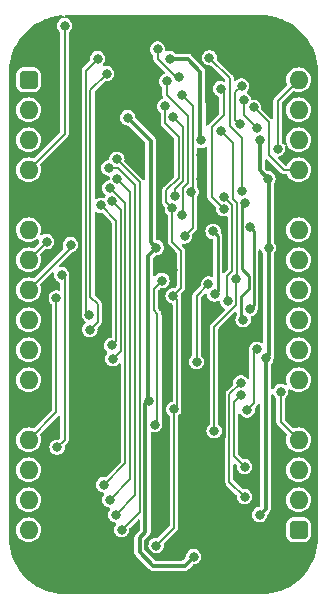
<source format=gbl>
%TF.GenerationSoftware,KiCad,Pcbnew,7.0.5*%
%TF.CreationDate,2024-01-30T21:25:21+02:00*%
%TF.ProjectId,PS2 FIFO,50533220-4649-4464-9f2e-6b696361645f,rev?*%
%TF.SameCoordinates,Original*%
%TF.FileFunction,Copper,L2,Bot*%
%TF.FilePolarity,Positive*%
%FSLAX46Y46*%
G04 Gerber Fmt 4.6, Leading zero omitted, Abs format (unit mm)*
G04 Created by KiCad (PCBNEW 7.0.5) date 2024-01-30 21:25:21*
%MOMM*%
%LPD*%
G01*
G04 APERTURE LIST*
G04 Aperture macros list*
%AMRoundRect*
0 Rectangle with rounded corners*
0 $1 Rounding radius*
0 $2 $3 $4 $5 $6 $7 $8 $9 X,Y pos of 4 corners*
0 Add a 4 corners polygon primitive as box body*
4,1,4,$2,$3,$4,$5,$6,$7,$8,$9,$2,$3,0*
0 Add four circle primitives for the rounded corners*
1,1,$1+$1,$2,$3*
1,1,$1+$1,$4,$5*
1,1,$1+$1,$6,$7*
1,1,$1+$1,$8,$9*
0 Add four rect primitives between the rounded corners*
20,1,$1+$1,$2,$3,$4,$5,0*
20,1,$1+$1,$4,$5,$6,$7,0*
20,1,$1+$1,$6,$7,$8,$9,0*
20,1,$1+$1,$8,$9,$2,$3,0*%
G04 Aperture macros list end*
%TA.AperFunction,ComponentPad*%
%ADD10RoundRect,0.400000X-0.400000X-0.400000X0.400000X-0.400000X0.400000X0.400000X-0.400000X0.400000X0*%
%TD*%
%TA.AperFunction,ComponentPad*%
%ADD11O,1.600000X1.600000*%
%TD*%
%TA.AperFunction,ComponentPad*%
%ADD12R,1.600000X1.600000*%
%TD*%
%TA.AperFunction,ViaPad*%
%ADD13C,0.800000*%
%TD*%
%TA.AperFunction,Conductor*%
%ADD14C,0.380000*%
%TD*%
%TA.AperFunction,Conductor*%
%ADD15C,0.200000*%
%TD*%
%TA.AperFunction,Conductor*%
%ADD16C,0.250000*%
%TD*%
G04 APERTURE END LIST*
D10*
%TO.P,J1,1,Pin_1*%
%TO.N,/5V*%
X114300000Y-53340000D03*
D11*
%TO.P,J1,2,Pin_2*%
%TO.N,/~{Packet Pulse}*%
X114300000Y-55880000D03*
%TO.P,J1,3,Pin_3*%
%TO.N,/Read*%
X114300000Y-58420000D03*
%TO.P,J1,4,Pin_4*%
%TO.N,/~{Code Pulse}*%
X114300000Y-60960000D03*
D12*
%TO.P,J1,5,Pin_5*%
%TO.N,/GND*%
X114300000Y-63500000D03*
D11*
%TO.P,J1,6,Pin_6*%
%TO.N,/Clear Packet Waiting*%
X114300000Y-66040000D03*
%TO.P,J1,7,Pin_7*%
%TO.N,/Clear Code Waiting*%
X114300000Y-68580000D03*
%TO.P,J1,8,Pin_8*%
%TO.N,/Packet Pulse*%
X114300000Y-71120000D03*
%TO.P,J1,9,Pin_9*%
%TO.N,/~{Reset}*%
X114300000Y-73660000D03*
%TO.P,J1,10,Pin_10*%
%TO.N,unconnected-(J1-Pin_10-Pad10)*%
X114300000Y-76200000D03*
%TO.P,J1,11,Pin_11*%
%TO.N,unconnected-(J1-Pin_11-Pad11)*%
X114300000Y-78740000D03*
D12*
%TO.P,J1,12,Pin_12*%
%TO.N,/GND*%
X114300000Y-81280000D03*
D11*
%TO.P,J1,13,Pin_13*%
%TO.N,/Packet Pulse_{2}*%
X114300000Y-83820000D03*
%TO.P,J1,14,Pin_14*%
%TO.N,unconnected-(J1-Pin_14-Pad14)*%
X114300000Y-86360000D03*
%TO.P,J1,15,Pin_15*%
%TO.N,unconnected-(J1-Pin_15-Pad15)*%
X114300000Y-88900000D03*
%TO.P,J1,16,Pin_16*%
%TO.N,unconnected-(J1-Pin_16-Pad16)*%
X114300000Y-91440000D03*
D10*
%TO.P,J1,17,Pin_17*%
%TO.N,/5V*%
X137160000Y-91440000D03*
D11*
%TO.P,J1,18,Pin_18*%
%TO.N,/D0*%
X137160000Y-88900000D03*
%TO.P,J1,19,Pin_19*%
%TO.N,/D1*%
X137160000Y-86360000D03*
%TO.P,J1,20,Pin_20*%
%TO.N,/D2*%
X137160000Y-83820000D03*
D12*
%TO.P,J1,21,Pin_21*%
%TO.N,/GND*%
X137160000Y-81280000D03*
D11*
%TO.P,J1,22,Pin_22*%
%TO.N,/D3*%
X137160000Y-78740000D03*
%TO.P,J1,23,Pin_23*%
%TO.N,/D4*%
X137160000Y-76200000D03*
%TO.P,J1,24,Pin_24*%
%TO.N,/D5*%
X137160000Y-73660000D03*
%TO.P,J1,25,Pin_25*%
%TO.N,/D6*%
X137160000Y-71120000D03*
%TO.P,J1,26,Pin_26*%
%TO.N,/D7*%
X137160000Y-68580000D03*
%TO.P,J1,27,Pin_27*%
%TO.N,/Output Ready*%
X137160000Y-66040000D03*
D12*
%TO.P,J1,28,Pin_28*%
%TO.N,/GND*%
X137160000Y-63500000D03*
D11*
%TO.P,J1,29,Pin_29*%
%TO.N,/~{Packet Waiting}*%
X137160000Y-60960000D03*
%TO.P,J1,30,Pin_30*%
%TO.N,/~{Code Waiting}*%
X137160000Y-58420000D03*
%TO.P,J1,31,Pin_31*%
%TO.N,/~{Clock}*%
X137160000Y-55880000D03*
%TO.P,J1,32,Pin_32*%
%TO.N,/Data*%
X137160000Y-53340000D03*
%TD*%
D13*
%TO.N,/3.3V*%
X134620000Y-67564000D03*
%TO.N,/Clear Code Waiting*%
X130048000Y-71501000D03*
%TO.N,/~{Clear Packet Waiting}*%
X132461000Y-73660000D03*
%TO.N,/Clear Packet Waiting*%
X133044951Y-72731369D03*
%TO.N,/~{Clear Code Waiting}*%
X131181124Y-72099000D03*
%TO.N,/Read*%
X131826000Y-70231000D03*
%TO.N,/5V*%
X128270000Y-93726000D03*
X124460000Y-80518000D03*
X125105183Y-67548413D03*
X122700623Y-56549000D03*
%TO.N,/GND*%
X129286004Y-84328000D03*
X130810000Y-77978000D03*
X128900000Y-59709797D03*
X125730000Y-93698000D03*
X120650000Y-68834000D03*
X130010794Y-55771295D03*
X120142008Y-77978000D03*
X120650000Y-83566000D03*
X120396000Y-92709996D03*
X126494656Y-69440294D03*
X128900000Y-61722000D03*
X125984000Y-59944000D03*
X125910027Y-73149838D03*
X129032000Y-50291992D03*
%TO.N,/Output Ready*%
X116713002Y-84455000D03*
X117094006Y-69850000D03*
%TO.N,/Data*%
X135382000Y-59182000D03*
%TO.N,/3.3V*%
X133858000Y-90170000D03*
X128900000Y-58481585D03*
X133858000Y-58401000D03*
X134569385Y-61722000D03*
X134403246Y-76900000D03*
X126238000Y-51562000D03*
%TO.N,/Packet Pulse*%
X117856000Y-67310000D03*
X127254000Y-54610000D03*
X127508000Y-66576101D03*
X128065000Y-62812348D03*
%TO.N,/~{Clock}*%
X126545251Y-56466526D03*
X126664986Y-63184000D03*
%TO.N,/Packet Pulse_{2}*%
X116648000Y-71816272D03*
%TO.N,/Q0*%
X120142000Y-51562000D03*
X119460000Y-73244499D03*
%TO.N,/Q1*%
X119486932Y-74488426D03*
X120904000Y-52832000D03*
%TO.N,/Q2*%
X120396000Y-63969000D03*
X121353178Y-75829833D03*
%TO.N,/Q3*%
X121440000Y-76962000D03*
X121326310Y-63602220D03*
%TO.N,/~{Reset}*%
X125845251Y-55594385D03*
X126474838Y-64233313D03*
X126596657Y-81230115D03*
X126535248Y-71634160D03*
X125098750Y-92779413D03*
%TO.N,/~{Code Pulse}*%
X127000000Y-53086000D03*
X117348000Y-48768000D03*
X125225385Y-50749860D03*
%TO.N,/~{Code Waiting}*%
X133604000Y-57404000D03*
X132517950Y-55071295D03*
%TO.N,/~{Packet Pulse}*%
X132174004Y-57088000D03*
X132334000Y-53866801D03*
%TO.N,/Q4*%
X121172432Y-62498432D03*
X120650000Y-87630000D03*
%TO.N,/Q5*%
X121158000Y-88900000D03*
X121814569Y-61729731D03*
%TO.N,/Q6*%
X121082836Y-60810188D03*
X121666000Y-90170006D03*
%TO.N,/Q7*%
X121778240Y-60091566D03*
X122174000Y-91440000D03*
%TO.N,Net-(IC3-~{1RD})*%
X129619737Y-51482263D03*
X132333984Y-62738000D03*
%TO.N,/~{Packet Waiting}*%
X133350000Y-55688000D03*
%TO.N,Net-(IC3-~{2RD})*%
X130556000Y-54102000D03*
X130810000Y-64262000D03*
%TO.N,/Clear Code Waiting*%
X129921000Y-66176093D03*
%TO.N,/~{Clear Code Waiting}*%
X130810000Y-63246000D03*
%TO.N,/Clear Code Waiting*%
X115824000Y-67056000D03*
%TO.N,/D0*%
X132272000Y-79009997D03*
X132588000Y-88646000D03*
%TO.N,/D1*%
X132588000Y-86106000D03*
X132272000Y-80035969D03*
%TO.N,/D2*%
X135636000Y-79756006D03*
%TO.N,/D4*%
X133604000Y-76176000D03*
X132797825Y-81288098D03*
%TO.N,/~{Read}_{3}*%
X124978004Y-82550000D03*
X125589975Y-70344975D03*
%TO.N,Net-(IC5-DS)*%
X125984000Y-53473000D03*
X127314720Y-64776087D03*
%TO.N,/~{Read}*%
X128524000Y-77216000D03*
X129534317Y-70643017D03*
%TO.N,/Read*%
X130020000Y-83058000D03*
X130565016Y-57649000D03*
%TO.N,/~{Clear Packet Waiting}*%
X132668744Y-63774869D03*
%TO.N,/Clear Packet Waiting*%
X133062735Y-65839000D03*
%TD*%
D14*
%TO.N,/3.3V*%
X134366000Y-76937246D02*
X134403246Y-76900000D01*
X134366000Y-89662000D02*
X134366000Y-76937246D01*
X133858000Y-90170000D02*
X134366000Y-89662000D01*
D15*
%TO.N,/~{Reset}*%
X126596661Y-81230119D02*
X126596661Y-91281502D01*
D14*
%TO.N,/GND*%
X124900107Y-93698000D02*
X125730000Y-93698000D01*
X125806657Y-90890778D02*
X124277000Y-92420435D01*
X125806657Y-73253208D02*
X125806657Y-90890778D01*
X125910027Y-73149838D02*
X125806657Y-73253208D01*
X124277000Y-92420435D02*
X124277000Y-93074893D01*
X124277000Y-93074893D02*
X124900107Y-93698000D01*
D15*
%TO.N,/~{Reset}*%
X126596657Y-81230115D02*
X126596661Y-81230119D01*
X126596661Y-91281502D02*
X125098750Y-92779413D01*
D14*
%TO.N,/5V*%
X124188000Y-80790000D02*
X124460000Y-80518000D01*
X123697000Y-93315137D02*
X123697000Y-92144756D01*
X124869863Y-94488000D02*
X123697000Y-93315137D01*
X127508000Y-94488000D02*
X124869863Y-94488000D01*
X123697000Y-92144756D02*
X124188000Y-91653756D01*
X128270000Y-93726000D02*
X127508000Y-94488000D01*
X124188000Y-91653756D02*
X124188000Y-80790000D01*
D15*
%TO.N,/Output Ready*%
X117348000Y-83820002D02*
X116713002Y-84455000D01*
X117094006Y-69850000D02*
X117348000Y-70103994D01*
X117348000Y-70103994D02*
X117348000Y-83820002D01*
%TO.N,/~{Reset}*%
X126873000Y-71971912D02*
X126535248Y-71634160D01*
X126873000Y-80953772D02*
X126873000Y-71971912D01*
X126596657Y-81230115D02*
X126873000Y-80953772D01*
X127194656Y-70974752D02*
X126535248Y-71634160D01*
X127194656Y-67827692D02*
X127194656Y-70974752D01*
X126474838Y-67107874D02*
X127194656Y-67827692D01*
X126474838Y-64233313D02*
X126474838Y-67107874D01*
D14*
%TO.N,/GND*%
X126494656Y-70557523D02*
X126494656Y-69440294D01*
X125575000Y-71477179D02*
X126494656Y-70557523D01*
D15*
%TO.N,/~{Read}_{3}*%
X125210179Y-73164472D02*
X124919262Y-72873555D01*
X125210179Y-82317825D02*
X125210179Y-73164472D01*
X124978004Y-82550000D02*
X125210179Y-82317825D01*
X124919262Y-71015688D02*
X125589975Y-70344975D01*
X124919262Y-72873555D02*
X124919262Y-71015688D01*
D14*
%TO.N,/GND*%
X125910027Y-73149838D02*
X125575000Y-72814811D01*
X125575000Y-72814811D02*
X125575000Y-71477179D01*
X126494656Y-67820656D02*
X126494656Y-69440294D01*
X125222000Y-66548000D02*
X126494656Y-67820656D01*
X125222000Y-60706000D02*
X125222000Y-66548000D01*
X125984000Y-59944000D02*
X125222000Y-60706000D01*
%TO.N,/3.3V*%
X134620000Y-67564000D02*
X134620000Y-61772615D01*
X134620000Y-76683246D02*
X134620000Y-67564000D01*
D16*
%TO.N,/Clear Code Waiting*%
X130048000Y-71501000D02*
X130302000Y-71247000D01*
X130302000Y-66557093D02*
X129921000Y-66176093D01*
X130302000Y-71247000D02*
X130302000Y-66557093D01*
%TO.N,/Clear Packet Waiting*%
X133387735Y-72388585D02*
X133387735Y-66164000D01*
X133044951Y-72731369D02*
X133387735Y-72388585D01*
X133387735Y-66164000D02*
X133062735Y-65839000D01*
D15*
%TO.N,/~{Read}*%
X128524000Y-71653334D02*
X129534317Y-70643017D01*
X128524000Y-77216000D02*
X128524000Y-71653334D01*
%TO.N,/Read*%
X131891000Y-70296000D02*
X131826000Y-70231000D01*
X131891000Y-72379074D02*
X131891000Y-70296000D01*
X130020000Y-74250074D02*
X131891000Y-72379074D01*
X130020000Y-83058000D02*
X130020000Y-74250074D01*
%TO.N,/~{Clear Code Waiting}*%
X131126000Y-69941050D02*
X131126000Y-72043876D01*
X131512735Y-63948735D02*
X131512735Y-69554315D01*
X130810000Y-63246000D02*
X131512735Y-63948735D01*
X131126000Y-72043876D02*
X131181124Y-72099000D01*
X131512735Y-69554315D02*
X131126000Y-69941050D01*
%TO.N,/Read*%
X131912735Y-70144265D02*
X131826000Y-70231000D01*
X131912735Y-63783050D02*
X131912735Y-70144265D01*
X131572000Y-63442314D02*
X131912735Y-63783050D01*
X131572000Y-58655984D02*
X131572000Y-63442314D01*
X130565016Y-57649000D02*
X131572000Y-58655984D01*
D16*
%TO.N,/~{Clear Packet Waiting}*%
X132337735Y-64105878D02*
X132668744Y-63774869D01*
X132337735Y-69398709D02*
X132337735Y-64105878D01*
X132937735Y-69998709D02*
X132337735Y-69398709D01*
X132937735Y-71047991D02*
X132937735Y-69998709D01*
X132316000Y-73515000D02*
X132316000Y-71669726D01*
X132461000Y-73660000D02*
X132316000Y-73515000D01*
X132316000Y-71669726D02*
X132937735Y-71047991D01*
D14*
%TO.N,/3.3V*%
X134620000Y-61772615D02*
X134569385Y-61722000D01*
X134403246Y-76900000D02*
X134620000Y-76683246D01*
D15*
%TO.N,/D4*%
X132797825Y-81288098D02*
X133350000Y-80735923D01*
X133350000Y-80735923D02*
X133350000Y-76430000D01*
X133350000Y-76430000D02*
X133604000Y-76176000D01*
%TO.N,/Q2*%
X121353178Y-75829833D02*
X121698000Y-75485011D01*
X121698000Y-75485011D02*
X121698000Y-65271000D01*
X121698000Y-65271000D02*
X120396000Y-63969000D01*
D14*
%TO.N,/5V*%
X124429262Y-68224334D02*
X125105183Y-67548413D01*
X124429262Y-80487262D02*
X124429262Y-68224334D01*
X124460000Y-80518000D02*
X124429262Y-80487262D01*
X122700623Y-56549000D02*
X124642000Y-58490377D01*
X124642000Y-67085230D02*
X125105183Y-67548413D01*
X124642000Y-58490377D02*
X124642000Y-67085230D01*
%TO.N,/GND*%
X129426624Y-52406380D02*
X129426624Y-55187125D01*
X130810000Y-77978000D02*
X130810000Y-83566000D01*
X130048000Y-84328000D02*
X129286004Y-84328000D01*
X120650000Y-68834000D02*
X120650000Y-75415782D01*
X120142008Y-75923774D02*
X120142008Y-77978000D01*
X128900000Y-61722000D02*
X128900000Y-59709797D01*
X120650000Y-83566000D02*
X119634000Y-84582000D01*
X128750000Y-50573992D02*
X128750000Y-51729756D01*
X129426624Y-55187125D02*
X130010794Y-55771295D01*
X119634000Y-84582000D02*
X119634000Y-91947996D01*
X119634000Y-91947996D02*
X120396000Y-92709996D01*
X120650000Y-75415782D02*
X120142008Y-75923774D01*
X128750000Y-51729756D02*
X129426624Y-52406380D01*
X130810000Y-83566000D02*
X130048000Y-84328000D01*
X129032000Y-50291992D02*
X128750000Y-50573992D01*
D15*
%TO.N,/Data*%
X135382000Y-55118000D02*
X135382000Y-59182000D01*
X137160000Y-53340000D02*
X135382000Y-55118000D01*
D14*
%TO.N,/3.3V*%
X133858000Y-58401000D02*
X133858000Y-61010615D01*
X133858000Y-61010615D02*
X134569385Y-61722000D01*
X127762000Y-51562000D02*
X128846624Y-52646624D01*
X128846624Y-52646624D02*
X128846624Y-58428209D01*
X126238000Y-51562000D02*
X127762000Y-51562000D01*
X128846624Y-58428209D02*
X128900000Y-58481585D01*
D15*
%TO.N,/Packet Pulse*%
X117856000Y-67564000D02*
X117856000Y-67310000D01*
X114300000Y-71120000D02*
X117856000Y-67564000D01*
X128215205Y-62962553D02*
X128215205Y-65868896D01*
X128200000Y-62677348D02*
X128065000Y-62812348D01*
X128065000Y-62812348D02*
X128215205Y-62962553D01*
X127254000Y-54610000D02*
X128200000Y-55556000D01*
X128215205Y-65868896D02*
X127508000Y-66576101D01*
X128200000Y-55556000D02*
X128200000Y-62677348D01*
%TO.N,/~{Clock}*%
X127400000Y-61887686D02*
X126664986Y-62622700D01*
X126545251Y-56466526D02*
X127400000Y-57321275D01*
X127400000Y-57321275D02*
X127400000Y-61887686D01*
X126664986Y-62622700D02*
X126664986Y-63184000D01*
%TO.N,/Packet Pulse_{2}*%
X116648000Y-81472000D02*
X116648000Y-71816272D01*
X114300000Y-83820000D02*
X116648000Y-81472000D01*
%TO.N,/Q0*%
X120142000Y-51562000D02*
X119145462Y-52558538D01*
X119145462Y-52558538D02*
X119145462Y-72929961D01*
X119145462Y-72929961D02*
X119460000Y-73244499D01*
%TO.N,/Q1*%
X120904000Y-52832000D02*
X119545462Y-54190538D01*
X119545462Y-54190538D02*
X119545462Y-71724427D01*
X120160000Y-73815358D02*
X119486932Y-74488426D01*
X120160000Y-72338965D02*
X120160000Y-73815358D01*
X119545462Y-71724427D02*
X120160000Y-72338965D01*
%TO.N,/Q3*%
X121440000Y-76962000D02*
X122098000Y-76304000D01*
X122098000Y-64373910D02*
X121326310Y-63602220D01*
X122098000Y-76304000D02*
X122098000Y-64373910D01*
%TO.N,/~{Reset}*%
X127000000Y-58166000D02*
X127000000Y-61667034D01*
X125845251Y-55594385D02*
X125845251Y-57011251D01*
X125964986Y-63723461D02*
X126474838Y-64233313D01*
X127000000Y-61667034D02*
X125964986Y-62702048D01*
X125845251Y-57011251D02*
X127000000Y-58166000D01*
X125964986Y-62702048D02*
X125964986Y-63723461D01*
%TO.N,/~{Code Pulse}*%
X117348000Y-48768000D02*
X117348000Y-57912000D01*
X125225385Y-51565385D02*
X126746000Y-53086000D01*
X125225385Y-51565385D02*
X125225385Y-50749860D01*
X127000000Y-53086000D02*
X126746000Y-53086000D01*
X117348000Y-57912000D02*
X114300000Y-60960000D01*
%TO.N,/~{Code Waiting}*%
X132517950Y-56317950D02*
X133604000Y-57404000D01*
X132517950Y-55071295D02*
X132517950Y-56317950D01*
%TO.N,/~{Packet Pulse}*%
X131817950Y-56731946D02*
X132174004Y-57088000D01*
X131817950Y-54382851D02*
X131817950Y-56731946D01*
X132334000Y-53866801D02*
X131817950Y-54382851D01*
%TO.N,/Q4*%
X122498000Y-63783960D02*
X121212472Y-62498432D01*
X121212472Y-62498432D02*
X121172432Y-62498432D01*
X122498000Y-85782000D02*
X122498000Y-63783960D01*
X120650000Y-87630000D02*
X122498000Y-85782000D01*
%TO.N,/Q5*%
X121158000Y-88900000D02*
X122898000Y-87160000D01*
X122898000Y-62813162D02*
X121814569Y-61729731D01*
X122898000Y-87160000D02*
X122898000Y-62813162D01*
%TO.N,/Q6*%
X121666000Y-90170006D02*
X123298000Y-88538006D01*
X123298000Y-88538006D02*
X123298000Y-62223212D01*
X121884976Y-60810188D02*
X121082836Y-60810188D01*
X123298000Y-62223212D02*
X121884976Y-60810188D01*
%TO.N,/Q7*%
X123698000Y-89916000D02*
X123698000Y-62011326D01*
X122174000Y-91440000D02*
X123698000Y-89916000D01*
X123698000Y-62011326D02*
X121778240Y-60091566D01*
%TO.N,Net-(IC3-~{1RD})*%
X132333984Y-58237930D02*
X131318000Y-57221946D01*
X131318000Y-57221946D02*
X131318000Y-53180526D01*
X131318000Y-53180526D02*
X129619737Y-51482263D01*
X132333984Y-62738000D02*
X132333984Y-58237930D01*
%TO.N,/~{Packet Waiting}*%
X134620000Y-56958000D02*
X133350000Y-55688000D01*
X135890000Y-60960000D02*
X134620000Y-59690000D01*
X134620000Y-59690000D02*
X134620000Y-56958000D01*
X137160000Y-60960000D02*
X135890000Y-60960000D01*
%TO.N,Net-(IC3-~{2RD})*%
X129794000Y-63246000D02*
X129794000Y-57377950D01*
X130820472Y-56351478D02*
X130820472Y-54366472D01*
X130810000Y-64262000D02*
X129794000Y-63246000D01*
X130820472Y-54366472D02*
X130556000Y-54102000D01*
X129794000Y-57377950D02*
X130820472Y-56351478D01*
%TO.N,/Clear Code Waiting*%
X114300000Y-68580000D02*
X115824000Y-67056000D01*
%TO.N,/D0*%
X131300000Y-79981997D02*
X132272000Y-79009997D01*
X131300000Y-87358000D02*
X131300000Y-79981997D01*
X132588000Y-88646000D02*
X131300000Y-87358000D01*
%TO.N,/D1*%
X131700000Y-85218000D02*
X131700000Y-80607969D01*
X132588000Y-86106000D02*
X131700000Y-85218000D01*
X131700000Y-80607969D02*
X132272000Y-80035969D01*
%TO.N,/D2*%
X135636000Y-82296000D02*
X135636000Y-79756006D01*
X137160000Y-83820000D02*
X135636000Y-82296000D01*
%TO.N,Net-(IC5-DS)*%
X127800000Y-56426000D02*
X127800000Y-62065136D01*
X125984000Y-54610000D02*
X127800000Y-56426000D01*
X127365000Y-62500136D02*
X127365000Y-64725807D01*
X127800000Y-62065136D02*
X127365000Y-62500136D01*
X125984000Y-53473000D02*
X125984000Y-54610000D01*
X127365000Y-64725807D02*
X127314720Y-64776087D01*
%TD*%
%TA.AperFunction,Conductor*%
%TO.N,/GND*%
G36*
X133986351Y-47875559D02*
G01*
X134403236Y-47893760D01*
X134408589Y-47894229D01*
X134820967Y-47948519D01*
X134826268Y-47949454D01*
X135232335Y-48039477D01*
X135237525Y-48040867D01*
X135634209Y-48165941D01*
X135639286Y-48167789D01*
X135763000Y-48219033D01*
X135763000Y-54241316D01*
X135168955Y-54835361D01*
X135149106Y-54851482D01*
X135141331Y-54856562D01*
X135121143Y-54882498D01*
X135116067Y-54888248D01*
X135113634Y-54890681D01*
X135113624Y-54890694D01*
X135101695Y-54907401D01*
X135100164Y-54909453D01*
X135069483Y-54948872D01*
X135065975Y-54955353D01*
X135062761Y-54961931D01*
X135048506Y-55009809D01*
X135047725Y-55012246D01*
X135031499Y-55059512D01*
X135030294Y-55066733D01*
X135029382Y-55074046D01*
X135031447Y-55123948D01*
X135031500Y-55126510D01*
X135031500Y-56574456D01*
X135011815Y-56641495D01*
X134959011Y-56687250D01*
X134889853Y-56697194D01*
X134826297Y-56668169D01*
X134819819Y-56662137D01*
X134030689Y-55873007D01*
X133997204Y-55811684D01*
X133995274Y-55770384D01*
X134005278Y-55688000D01*
X133986237Y-55531182D01*
X133930220Y-55383477D01*
X133840483Y-55253470D01*
X133722240Y-55148717D01*
X133722238Y-55148716D01*
X133722237Y-55148715D01*
X133582365Y-55075303D01*
X133428986Y-55037500D01*
X133428985Y-55037500D01*
X133278979Y-55037500D01*
X133211940Y-55017815D01*
X133166185Y-54965011D01*
X133155883Y-54928445D01*
X133154187Y-54914476D01*
X133128942Y-54847912D01*
X133098170Y-54766772D01*
X133008433Y-54636765D01*
X132890190Y-54532012D01*
X132887199Y-54530442D01*
X132844479Y-54508020D01*
X132794267Y-54459434D01*
X132778293Y-54391415D01*
X132801629Y-54325558D01*
X132819883Y-54305405D01*
X132824483Y-54301331D01*
X132914220Y-54171324D01*
X132970237Y-54023619D01*
X132989278Y-53866801D01*
X132980861Y-53797476D01*
X132970237Y-53709982D01*
X132938115Y-53625284D01*
X132914220Y-53562278D01*
X132824483Y-53432271D01*
X132706240Y-53327518D01*
X132706238Y-53327517D01*
X132706237Y-53327516D01*
X132566365Y-53254104D01*
X132412986Y-53216301D01*
X132412985Y-53216301D01*
X132255015Y-53216301D01*
X132255014Y-53216301D01*
X132101634Y-53254104D01*
X131961762Y-53327516D01*
X131961759Y-53327518D01*
X131961760Y-53327518D01*
X131890642Y-53390523D01*
X131874727Y-53404622D01*
X131811493Y-53434343D01*
X131742230Y-53425159D01*
X131688927Y-53379987D01*
X131668507Y-53313167D01*
X131668500Y-53311806D01*
X131668500Y-53229737D01*
X131671139Y-53204290D01*
X131673043Y-53195211D01*
X131671270Y-53180989D01*
X131668977Y-53162587D01*
X131668500Y-53154911D01*
X131668500Y-53151488D01*
X131668500Y-53151486D01*
X131665120Y-53131240D01*
X131664753Y-53128714D01*
X131659429Y-53086000D01*
X131658573Y-53079134D01*
X131658570Y-53079129D01*
X131656477Y-53072098D01*
X131654093Y-53065154D01*
X131654092Y-53065145D01*
X131630312Y-53021204D01*
X131629139Y-53018924D01*
X131607199Y-52974044D01*
X131602928Y-52968064D01*
X131598420Y-52962273D01*
X131598418Y-52962268D01*
X131567404Y-52933717D01*
X131561645Y-52928415D01*
X131559796Y-52926641D01*
X130300426Y-51667271D01*
X130266941Y-51605948D01*
X130265011Y-51564647D01*
X130275015Y-51482263D01*
X130255974Y-51325445D01*
X130199957Y-51177740D01*
X130110220Y-51047733D01*
X129991977Y-50942980D01*
X129991975Y-50942979D01*
X129991974Y-50942978D01*
X129852102Y-50869566D01*
X129698723Y-50831763D01*
X129698722Y-50831763D01*
X129540752Y-50831763D01*
X129540751Y-50831763D01*
X129387371Y-50869566D01*
X129247499Y-50942978D01*
X129129253Y-51047734D01*
X129039518Y-51177738D01*
X129039517Y-51177739D01*
X128983499Y-51325444D01*
X128964459Y-51482262D01*
X128964459Y-51482263D01*
X128983499Y-51639081D01*
X129024431Y-51747007D01*
X129039517Y-51786786D01*
X129129254Y-51916793D01*
X129247497Y-52021546D01*
X129259597Y-52027896D01*
X129387371Y-52094959D01*
X129540751Y-52132763D01*
X129540752Y-52132763D01*
X129698723Y-52132763D01*
X129706168Y-52131859D01*
X129706574Y-52135204D01*
X129761196Y-52137484D01*
X129809012Y-52167220D01*
X130931181Y-53289389D01*
X130964666Y-53350712D01*
X130967500Y-53377070D01*
X130967500Y-53378200D01*
X130947815Y-53445239D01*
X130895011Y-53490994D01*
X130825853Y-53500938D01*
X130795677Y-53491170D01*
X130795377Y-53491963D01*
X130788365Y-53489303D01*
X130634986Y-53451500D01*
X130634985Y-53451500D01*
X130477015Y-53451500D01*
X130477014Y-53451500D01*
X130323634Y-53489303D01*
X130183762Y-53562715D01*
X130065516Y-53667471D01*
X129975781Y-53797475D01*
X129975780Y-53797476D01*
X129919762Y-53945181D01*
X129900721Y-54101999D01*
X129900721Y-54102000D01*
X129919762Y-54258818D01*
X129968406Y-54387080D01*
X129975780Y-54406523D01*
X130065517Y-54536530D01*
X130183760Y-54641283D01*
X130323635Y-54714696D01*
X130375646Y-54727515D01*
X130436027Y-54762670D01*
X130467816Y-54824890D01*
X130469972Y-54847912D01*
X130469971Y-56154933D01*
X130450286Y-56221973D01*
X130433652Y-56242614D01*
X129580955Y-57095311D01*
X129561106Y-57111432D01*
X129553331Y-57116512D01*
X129533143Y-57142448D01*
X129528067Y-57148198D01*
X129525634Y-57150631D01*
X129525623Y-57150645D01*
X129513692Y-57167354D01*
X129512157Y-57169413D01*
X129508967Y-57173511D01*
X129452251Y-57214317D01*
X129382478Y-57217982D01*
X129321799Y-57183343D01*
X129289480Y-57121398D01*
X129287123Y-57097344D01*
X129287123Y-52674854D01*
X129287513Y-52667906D01*
X129289366Y-52651471D01*
X129291789Y-52629967D01*
X129281184Y-52573926D01*
X129280799Y-52571652D01*
X129277041Y-52546717D01*
X129272309Y-52515318D01*
X129272307Y-52515314D01*
X129269852Y-52507354D01*
X129267103Y-52499499D01*
X129267102Y-52499493D01*
X129240465Y-52449094D01*
X129239432Y-52447047D01*
X129214692Y-52395674D01*
X129210027Y-52388831D01*
X129205052Y-52382091D01*
X129195118Y-52372157D01*
X129164745Y-52341784D01*
X129163163Y-52340141D01*
X129124374Y-52298337D01*
X129117106Y-52292541D01*
X129117641Y-52291869D01*
X129105550Y-52282589D01*
X128093443Y-51270482D01*
X128088806Y-51265294D01*
X128082572Y-51257477D01*
X128065001Y-51235443D01*
X128065000Y-51235442D01*
X128064999Y-51235441D01*
X128017893Y-51203324D01*
X128016003Y-51201983D01*
X127983151Y-51177738D01*
X127970157Y-51168148D01*
X127970155Y-51168147D01*
X127962794Y-51164256D01*
X127955284Y-51160639D01*
X127900818Y-51143839D01*
X127898615Y-51143114D01*
X127844819Y-51124289D01*
X127836640Y-51122741D01*
X127828399Y-51121500D01*
X127828395Y-51121500D01*
X127771404Y-51121500D01*
X127769122Y-51121457D01*
X127745061Y-51120557D01*
X127712122Y-51119324D01*
X127702890Y-51120365D01*
X127702793Y-51119510D01*
X127687680Y-51121500D01*
X126768771Y-51121500D01*
X126701732Y-51101815D01*
X126686544Y-51090316D01*
X126610240Y-51022717D01*
X126610238Y-51022716D01*
X126610237Y-51022715D01*
X126470365Y-50949303D01*
X126316986Y-50911500D01*
X126316985Y-50911500D01*
X126159015Y-50911500D01*
X126159014Y-50911500D01*
X126026267Y-50944218D01*
X125956465Y-50941148D01*
X125899403Y-50900828D01*
X125873198Y-50836059D01*
X125873497Y-50808874D01*
X125880663Y-50749860D01*
X125861622Y-50593042D01*
X125805605Y-50445337D01*
X125715868Y-50315330D01*
X125597625Y-50210577D01*
X125597623Y-50210576D01*
X125597622Y-50210575D01*
X125457750Y-50137163D01*
X125304371Y-50099360D01*
X125304370Y-50099360D01*
X125146400Y-50099360D01*
X125146399Y-50099360D01*
X124993019Y-50137163D01*
X124853147Y-50210575D01*
X124734901Y-50315331D01*
X124645166Y-50445335D01*
X124645165Y-50445336D01*
X124589147Y-50593041D01*
X124570107Y-50749859D01*
X124570107Y-50749860D01*
X124589147Y-50906678D01*
X124645165Y-51054383D01*
X124645166Y-51054384D01*
X124734902Y-51184391D01*
X124756274Y-51203324D01*
X124833111Y-51271395D01*
X124870238Y-51330583D01*
X124874885Y-51364210D01*
X124874885Y-51516173D01*
X124872246Y-51541617D01*
X124870342Y-51550696D01*
X124870342Y-51550702D01*
X124874408Y-51583322D01*
X124874885Y-51590999D01*
X124874885Y-51594425D01*
X124877511Y-51610164D01*
X124878261Y-51614661D01*
X124878630Y-51617193D01*
X124884812Y-51666778D01*
X124886905Y-51673811D01*
X124889292Y-51680764D01*
X124889293Y-51680766D01*
X124896993Y-51694994D01*
X124913076Y-51724715D01*
X124914249Y-51726993D01*
X124936187Y-51771869D01*
X124936189Y-51771871D01*
X124940456Y-51777849D01*
X124944967Y-51783644D01*
X124981726Y-51817483D01*
X124983575Y-51819257D01*
X125815178Y-52650860D01*
X125848663Y-52712183D01*
X125843679Y-52781875D01*
X125801807Y-52837808D01*
X125757182Y-52858935D01*
X125751641Y-52860301D01*
X125751634Y-52860303D01*
X125611762Y-52933715D01*
X125493516Y-53038471D01*
X125403781Y-53168475D01*
X125403780Y-53168476D01*
X125347762Y-53316181D01*
X125328721Y-53472999D01*
X125328721Y-53473000D01*
X125347762Y-53629818D01*
X125403780Y-53777523D01*
X125403781Y-53777524D01*
X125493517Y-53907531D01*
X125552180Y-53959500D01*
X125591726Y-53994535D01*
X125628853Y-54053723D01*
X125633500Y-54087350D01*
X125633500Y-54560788D01*
X125630861Y-54586232D01*
X125628957Y-54595311D01*
X125628957Y-54595317D01*
X125633023Y-54627937D01*
X125633500Y-54635614D01*
X125633500Y-54639040D01*
X125636232Y-54655420D01*
X125636876Y-54659276D01*
X125637245Y-54661808D01*
X125643427Y-54711393D01*
X125645520Y-54718426D01*
X125647907Y-54725379D01*
X125647908Y-54725381D01*
X125655608Y-54739609D01*
X125671691Y-54769330D01*
X125672855Y-54771589D01*
X125690570Y-54807827D01*
X125702330Y-54876699D01*
X125674987Y-54940996D01*
X125619736Y-54978593D01*
X125619901Y-54979028D01*
X125618087Y-54979715D01*
X125617223Y-54980304D01*
X125614484Y-54981082D01*
X125612885Y-54981688D01*
X125473013Y-55055100D01*
X125354767Y-55159856D01*
X125265032Y-55289860D01*
X125265031Y-55289861D01*
X125209013Y-55437566D01*
X125189973Y-55594384D01*
X125189973Y-55594385D01*
X125209013Y-55751203D01*
X125255208Y-55873007D01*
X125265031Y-55898908D01*
X125354768Y-56028915D01*
X125452977Y-56115920D01*
X125490103Y-56175108D01*
X125494750Y-56208735D01*
X125494751Y-56962039D01*
X125492112Y-56987483D01*
X125490208Y-56996562D01*
X125490208Y-56996568D01*
X125494274Y-57029188D01*
X125494751Y-57036865D01*
X125494751Y-57040291D01*
X125497483Y-57056671D01*
X125498127Y-57060527D01*
X125498496Y-57063059D01*
X125504678Y-57112644D01*
X125506771Y-57119677D01*
X125509158Y-57126630D01*
X125509159Y-57126632D01*
X125514505Y-57136510D01*
X125532942Y-57170581D01*
X125534115Y-57172859D01*
X125556053Y-57217735D01*
X125556055Y-57217737D01*
X125560322Y-57223715D01*
X125564833Y-57229510D01*
X125601592Y-57263349D01*
X125603441Y-57265123D01*
X126613181Y-58274863D01*
X126646666Y-58336186D01*
X126649500Y-58362544D01*
X126649500Y-61470489D01*
X126629815Y-61537528D01*
X126613181Y-61558170D01*
X125751941Y-62419409D01*
X125732092Y-62435530D01*
X125724317Y-62440610D01*
X125704129Y-62466546D01*
X125699053Y-62472296D01*
X125696620Y-62474729D01*
X125696610Y-62474742D01*
X125684681Y-62491449D01*
X125683150Y-62493501D01*
X125652469Y-62532920D01*
X125648961Y-62539401D01*
X125645747Y-62545979D01*
X125631492Y-62593857D01*
X125630711Y-62596294D01*
X125614485Y-62643560D01*
X125613280Y-62650781D01*
X125612368Y-62658094D01*
X125614433Y-62707996D01*
X125614486Y-62710558D01*
X125614486Y-63674249D01*
X125611847Y-63699693D01*
X125609943Y-63708772D01*
X125609943Y-63708778D01*
X125614009Y-63741398D01*
X125614486Y-63749075D01*
X125614486Y-63752501D01*
X125617218Y-63768881D01*
X125617862Y-63772737D01*
X125618231Y-63775269D01*
X125624413Y-63824854D01*
X125626506Y-63831887D01*
X125628893Y-63838840D01*
X125628894Y-63838842D01*
X125636594Y-63853070D01*
X125652677Y-63882791D01*
X125653850Y-63885069D01*
X125675788Y-63929945D01*
X125675790Y-63929947D01*
X125680057Y-63935925D01*
X125684568Y-63941720D01*
X125721327Y-63975559D01*
X125723176Y-63977333D01*
X125794147Y-64048304D01*
X125827632Y-64109627D01*
X125829562Y-64150930D01*
X125819560Y-64233312D01*
X125819560Y-64233313D01*
X125838600Y-64390131D01*
X125883410Y-64508283D01*
X125894618Y-64537836D01*
X125984355Y-64667843D01*
X126082564Y-64754848D01*
X126119690Y-64814036D01*
X126124337Y-64847663D01*
X126124337Y-67058662D01*
X126121700Y-67084100D01*
X126119795Y-67093187D01*
X126119795Y-67093191D01*
X126123861Y-67125811D01*
X126124338Y-67133488D01*
X126124338Y-67136914D01*
X126127052Y-67153181D01*
X126127714Y-67157150D01*
X126128083Y-67159682D01*
X126134265Y-67209267D01*
X126136358Y-67216300D01*
X126138745Y-67223253D01*
X126138746Y-67223255D01*
X126140557Y-67226601D01*
X126162529Y-67267204D01*
X126163702Y-67269482D01*
X126185640Y-67314358D01*
X126185642Y-67314360D01*
X126189909Y-67320338D01*
X126194420Y-67326133D01*
X126231179Y-67359972D01*
X126233028Y-67361746D01*
X126807836Y-67936554D01*
X126841321Y-67997877D01*
X126844155Y-68024235D01*
X126844155Y-70778207D01*
X126824470Y-70845246D01*
X126807836Y-70865888D01*
X126724522Y-70949202D01*
X126663199Y-70982687D01*
X126621972Y-70982142D01*
X126621679Y-70984564D01*
X126614233Y-70983660D01*
X126456263Y-70983660D01*
X126456262Y-70983660D01*
X126302882Y-71021463D01*
X126163010Y-71094875D01*
X126115001Y-71137407D01*
X126062046Y-71184321D01*
X126044764Y-71199631D01*
X125955029Y-71329635D01*
X125955028Y-71329636D01*
X125899010Y-71477341D01*
X125879969Y-71634159D01*
X125879969Y-71634160D01*
X125899010Y-71790978D01*
X125931493Y-71876626D01*
X125955028Y-71938683D01*
X126044765Y-72068690D01*
X126163008Y-72173443D01*
X126163010Y-72173444D01*
X126302882Y-72246856D01*
X126428174Y-72277737D01*
X126488555Y-72312893D01*
X126520344Y-72375112D01*
X126522500Y-72398134D01*
X126522500Y-80481276D01*
X126502815Y-80548315D01*
X126450011Y-80594070D01*
X126428175Y-80601673D01*
X126364290Y-80617419D01*
X126224419Y-80690830D01*
X126106173Y-80795586D01*
X126016438Y-80925590D01*
X126016437Y-80925591D01*
X125960419Y-81073296D01*
X125941379Y-81230114D01*
X125941379Y-81230115D01*
X125960419Y-81386933D01*
X126016437Y-81534638D01*
X126016438Y-81534639D01*
X126106174Y-81664646D01*
X126204387Y-81751653D01*
X126241514Y-81810842D01*
X126246161Y-81844469D01*
X126246160Y-91084957D01*
X126226475Y-91151996D01*
X126209841Y-91172638D01*
X125288024Y-92094455D01*
X125226701Y-92127940D01*
X125185471Y-92127417D01*
X125185180Y-92129817D01*
X125177735Y-92128913D01*
X125019765Y-92128913D01*
X125019764Y-92128913D01*
X124866384Y-92166716D01*
X124726512Y-92240128D01*
X124608266Y-92344884D01*
X124518531Y-92474888D01*
X124518530Y-92474889D01*
X124462512Y-92622594D01*
X124443472Y-92779412D01*
X124443472Y-92779413D01*
X124462512Y-92936231D01*
X124515331Y-93075500D01*
X124518530Y-93083936D01*
X124608267Y-93213943D01*
X124726510Y-93318696D01*
X124726512Y-93318697D01*
X124866384Y-93392109D01*
X125019764Y-93429913D01*
X125019765Y-93429913D01*
X125177735Y-93429913D01*
X125331115Y-93392109D01*
X125339321Y-93387802D01*
X125470990Y-93318696D01*
X125589233Y-93213943D01*
X125678970Y-93083936D01*
X125734987Y-92936231D01*
X125754028Y-92779413D01*
X125744024Y-92697030D01*
X125755484Y-92628109D01*
X125779436Y-92594407D01*
X126809707Y-91564136D01*
X126829563Y-91548013D01*
X126837330Y-91542939D01*
X126857534Y-91516979D01*
X126862602Y-91511241D01*
X126865036Y-91508809D01*
X126876986Y-91492069D01*
X126878493Y-91490050D01*
X126880889Y-91486972D01*
X126909178Y-91450628D01*
X126909180Y-91450620D01*
X126912678Y-91444157D01*
X126915902Y-91437565D01*
X126921151Y-91419932D01*
X126930167Y-91389646D01*
X126930925Y-91387279D01*
X126947161Y-91339990D01*
X126947161Y-91339982D01*
X126948366Y-91332762D01*
X126949278Y-91325454D01*
X126947213Y-91275551D01*
X126947160Y-91272987D01*
X126947160Y-86527543D01*
X126947160Y-81844458D01*
X126966845Y-81777423D01*
X126988930Y-81751649D01*
X127087140Y-81664645D01*
X127176877Y-81534638D01*
X127232894Y-81386933D01*
X127251935Y-81230115D01*
X127232894Y-81073297D01*
X127231178Y-81068774D01*
X127226601Y-81022537D01*
X127223500Y-81022537D01*
X127223500Y-81018557D01*
X127223977Y-81010878D01*
X127224336Y-81007996D01*
X127224521Y-81006485D01*
X127224547Y-81006301D01*
X127225617Y-80997725D01*
X127225542Y-80995926D01*
X127223550Y-80947771D01*
X127223499Y-80945309D01*
X127223499Y-72021121D01*
X127226139Y-71995670D01*
X127228042Y-71986596D01*
X127228042Y-71986595D01*
X127223977Y-71953979D01*
X127223500Y-71946303D01*
X127223500Y-71942875D01*
X127223499Y-71942869D01*
X127223384Y-71942182D01*
X127220119Y-71922618D01*
X127219753Y-71920100D01*
X127214334Y-71876626D01*
X127213573Y-71870519D01*
X127213572Y-71870516D01*
X127211481Y-71863491D01*
X127209091Y-71856527D01*
X127190679Y-71822506D01*
X127176083Y-71754178D01*
X127176637Y-71748541D01*
X127190526Y-71634160D01*
X127180522Y-71551776D01*
X127191982Y-71482855D01*
X127215934Y-71449153D01*
X127407699Y-71257388D01*
X127427550Y-71241268D01*
X127435325Y-71236189D01*
X127455520Y-71210240D01*
X127460598Y-71204489D01*
X127463031Y-71202058D01*
X127474957Y-71185352D01*
X127476460Y-71183336D01*
X127507173Y-71143878D01*
X127507175Y-71143869D01*
X127510673Y-71137407D01*
X127513897Y-71130815D01*
X127515762Y-71124550D01*
X127528162Y-71082896D01*
X127528920Y-71080529D01*
X127545156Y-71033240D01*
X127545156Y-71033233D01*
X127546362Y-71026010D01*
X127547273Y-71018703D01*
X127545209Y-70968793D01*
X127545156Y-70966230D01*
X127545156Y-67876898D01*
X127547795Y-67851452D01*
X127549698Y-67842377D01*
X127547438Y-67824253D01*
X127545633Y-67809760D01*
X127545156Y-67802083D01*
X127545156Y-67798655D01*
X127545155Y-67798649D01*
X127541779Y-67778420D01*
X127541409Y-67775880D01*
X127539066Y-67757081D01*
X127535229Y-67726299D01*
X127535228Y-67726296D01*
X127533137Y-67719271D01*
X127530747Y-67712308D01*
X127506973Y-67668380D01*
X127505813Y-67666129D01*
X127492605Y-67639110D01*
X127483856Y-67621211D01*
X127479575Y-67615216D01*
X127475076Y-67609436D01*
X127459703Y-67595284D01*
X127438298Y-67575579D01*
X127436476Y-67573830D01*
X127292636Y-67429990D01*
X127259151Y-67368667D01*
X127264135Y-67298975D01*
X127306007Y-67243042D01*
X127371471Y-67218625D01*
X127409989Y-67221911D01*
X127429015Y-67226601D01*
X127429017Y-67226601D01*
X127586985Y-67226601D01*
X127740365Y-67188797D01*
X127795838Y-67159682D01*
X127880240Y-67115384D01*
X127998483Y-67010631D01*
X128088220Y-66880624D01*
X128144237Y-66732919D01*
X128163278Y-66576101D01*
X128153274Y-66493717D01*
X128164734Y-66424796D01*
X128188686Y-66391094D01*
X128428248Y-66151532D01*
X128448099Y-66135412D01*
X128455874Y-66130333D01*
X128476069Y-66104384D01*
X128481147Y-66098633D01*
X128483580Y-66096202D01*
X128495506Y-66079496D01*
X128497009Y-66077480D01*
X128527722Y-66038022D01*
X128527724Y-66038013D01*
X128531222Y-66031551D01*
X128534446Y-66024959D01*
X128536138Y-66019274D01*
X128548711Y-65977040D01*
X128549469Y-65974673D01*
X128565705Y-65927384D01*
X128565705Y-65927377D01*
X128566911Y-65920152D01*
X128567822Y-65912848D01*
X128565758Y-65862946D01*
X128565705Y-65860384D01*
X128565705Y-63270708D01*
X128585390Y-63203669D01*
X128587655Y-63200268D01*
X128610142Y-63167690D01*
X128645220Y-63116871D01*
X128701237Y-62969166D01*
X128720278Y-62812348D01*
X128720172Y-62811470D01*
X128701237Y-62655529D01*
X128675024Y-62586412D01*
X128645220Y-62507825D01*
X128572450Y-62402399D01*
X128550567Y-62336044D01*
X128550500Y-62331959D01*
X128550500Y-59223684D01*
X128570185Y-59156645D01*
X128622989Y-59110890D01*
X128692147Y-59100946D01*
X128704172Y-59103286D01*
X128821015Y-59132085D01*
X128978985Y-59132085D01*
X129132365Y-59094281D01*
X129261873Y-59026308D01*
X129330381Y-59012583D01*
X129395434Y-59038075D01*
X129436379Y-59094691D01*
X129443499Y-59136105D01*
X129443500Y-63196788D01*
X129440861Y-63222232D01*
X129438957Y-63231312D01*
X129438957Y-63231316D01*
X129443023Y-63263938D01*
X129443499Y-63271600D01*
X129443499Y-63275033D01*
X129443501Y-63275052D01*
X129446876Y-63295277D01*
X129447245Y-63297809D01*
X129453427Y-63347393D01*
X129455520Y-63354426D01*
X129457907Y-63361379D01*
X129457908Y-63361381D01*
X129460047Y-63365333D01*
X129481691Y-63405330D01*
X129482864Y-63407608D01*
X129504802Y-63452484D01*
X129504804Y-63452486D01*
X129509071Y-63458464D01*
X129513582Y-63464259D01*
X129550341Y-63498098D01*
X129552190Y-63499872D01*
X130129309Y-64076991D01*
X130162794Y-64138314D01*
X130164724Y-64179617D01*
X130154722Y-64261999D01*
X130154722Y-64262000D01*
X130173762Y-64418818D01*
X130218900Y-64537836D01*
X130229780Y-64566523D01*
X130319517Y-64696530D01*
X130437760Y-64801283D01*
X130437762Y-64801284D01*
X130577634Y-64874696D01*
X130731014Y-64912500D01*
X130731015Y-64912500D01*
X130888985Y-64912500D01*
X131008560Y-64883028D01*
X131078363Y-64886097D01*
X131135425Y-64926417D01*
X131161630Y-64991187D01*
X131162235Y-65003425D01*
X131162235Y-69357770D01*
X131142550Y-69424809D01*
X131125916Y-69445451D01*
X130912955Y-69658411D01*
X130893106Y-69674532D01*
X130876738Y-69685228D01*
X130876027Y-69684140D01*
X130822822Y-69710396D01*
X130753396Y-69702532D01*
X130699243Y-69658382D01*
X130677556Y-69591964D01*
X130677500Y-69588243D01*
X130677500Y-66608896D01*
X130680139Y-66583451D01*
X130680785Y-66580367D01*
X130682367Y-66572824D01*
X130680287Y-66556144D01*
X130677977Y-66537601D01*
X130677500Y-66529925D01*
X130677500Y-66525982D01*
X130677499Y-66525972D01*
X130675954Y-66516717D01*
X130673859Y-66504163D01*
X130673498Y-66501682D01*
X130666865Y-66448467D01*
X130664617Y-66440920D01*
X130662065Y-66433483D01*
X130636550Y-66386335D01*
X130635377Y-66384056D01*
X130632890Y-66378970D01*
X130611826Y-66335881D01*
X130611823Y-66335878D01*
X130611823Y-66335877D01*
X130607273Y-66329504D01*
X130596107Y-66315156D01*
X130599282Y-66312684D01*
X130573638Y-66270076D01*
X130570495Y-66223712D01*
X130576278Y-66176093D01*
X130557237Y-66019275D01*
X130501220Y-65871570D01*
X130411483Y-65741563D01*
X130293240Y-65636810D01*
X130293238Y-65636809D01*
X130293237Y-65636808D01*
X130153365Y-65563396D01*
X129999986Y-65525593D01*
X129999985Y-65525593D01*
X129842015Y-65525593D01*
X129842014Y-65525593D01*
X129688634Y-65563396D01*
X129548762Y-65636808D01*
X129430516Y-65741564D01*
X129340781Y-65871568D01*
X129340780Y-65871569D01*
X129284762Y-66019274D01*
X129265721Y-66176092D01*
X129265721Y-66176093D01*
X129284762Y-66332911D01*
X129336111Y-66468305D01*
X129340780Y-66480616D01*
X129430517Y-66610623D01*
X129548760Y-66715376D01*
X129548762Y-66715377D01*
X129688634Y-66788789D01*
X129738637Y-66801113D01*
X129832175Y-66824167D01*
X129892555Y-66859323D01*
X129924344Y-66921542D01*
X129926500Y-66944564D01*
X129926500Y-69911438D01*
X129906815Y-69978477D01*
X129854011Y-70024232D01*
X129784853Y-70034176D01*
X129772826Y-70031835D01*
X129613303Y-69992517D01*
X129613302Y-69992517D01*
X129455332Y-69992517D01*
X129455331Y-69992517D01*
X129301951Y-70030320D01*
X129162079Y-70103732D01*
X129043833Y-70208488D01*
X128954098Y-70338492D01*
X128954097Y-70338493D01*
X128898080Y-70486198D01*
X128879039Y-70643017D01*
X128889041Y-70725398D01*
X128877580Y-70794321D01*
X128853626Y-70828024D01*
X128310955Y-71370695D01*
X128291106Y-71386816D01*
X128283331Y-71391896D01*
X128263143Y-71417832D01*
X128258067Y-71423582D01*
X128255634Y-71426015D01*
X128255624Y-71426028D01*
X128243695Y-71442735D01*
X128242164Y-71444787D01*
X128211483Y-71484206D01*
X128207975Y-71490687D01*
X128204761Y-71497265D01*
X128204760Y-71497267D01*
X128204760Y-71497268D01*
X128200449Y-71511747D01*
X128190506Y-71545143D01*
X128189725Y-71547580D01*
X128173499Y-71594846D01*
X128172294Y-71602067D01*
X128171382Y-71609380D01*
X128173447Y-71659282D01*
X128173500Y-71661844D01*
X128173500Y-76601649D01*
X128153815Y-76668688D01*
X128131728Y-76694462D01*
X128050906Y-76766065D01*
X128033516Y-76781471D01*
X127943781Y-76911475D01*
X127943780Y-76911476D01*
X127887762Y-77059181D01*
X127868721Y-77215999D01*
X127868721Y-77216000D01*
X127887762Y-77372818D01*
X127943780Y-77520523D01*
X128033517Y-77650530D01*
X128151760Y-77755283D01*
X128151762Y-77755284D01*
X128291634Y-77828696D01*
X128445014Y-77866500D01*
X128445015Y-77866500D01*
X128602985Y-77866500D01*
X128756365Y-77828696D01*
X128756364Y-77828695D01*
X128896240Y-77755283D01*
X129014483Y-77650530D01*
X129104220Y-77520523D01*
X129160237Y-77372818D01*
X129179278Y-77216000D01*
X129177885Y-77204523D01*
X129160237Y-77059181D01*
X129123380Y-76961999D01*
X129104220Y-76911477D01*
X129014483Y-76781470D01*
X128916272Y-76694463D01*
X128879147Y-76635276D01*
X128874500Y-76601649D01*
X128874500Y-71849876D01*
X128894185Y-71782837D01*
X128910814Y-71762200D01*
X129188747Y-71484267D01*
X129250068Y-71450784D01*
X129319760Y-71455768D01*
X129375693Y-71497640D01*
X129399522Y-71557004D01*
X129411762Y-71657818D01*
X129448307Y-71754178D01*
X129467780Y-71805523D01*
X129557517Y-71935530D01*
X129675760Y-72040283D01*
X129675762Y-72040284D01*
X129815634Y-72113696D01*
X129969014Y-72151500D01*
X129969015Y-72151500D01*
X130126985Y-72151500D01*
X130280365Y-72113696D01*
X130353749Y-72075180D01*
X130422255Y-72061455D01*
X130487309Y-72086947D01*
X130528253Y-72143562D01*
X130534470Y-72170030D01*
X130544887Y-72255819D01*
X130581989Y-72353649D01*
X130600904Y-72403523D01*
X130690641Y-72533530D01*
X130763661Y-72598219D01*
X130808886Y-72638285D01*
X130874262Y-72672597D01*
X130924475Y-72721182D01*
X130940449Y-72789201D01*
X130917114Y-72855058D01*
X130904317Y-72870074D01*
X129806955Y-73967435D01*
X129787106Y-73983556D01*
X129779331Y-73988636D01*
X129759143Y-74014572D01*
X129754067Y-74020322D01*
X129751634Y-74022755D01*
X129751624Y-74022768D01*
X129739695Y-74039475D01*
X129738164Y-74041527D01*
X129707483Y-74080946D01*
X129703975Y-74087427D01*
X129700761Y-74094005D01*
X129686506Y-74141883D01*
X129685725Y-74144320D01*
X129669499Y-74191586D01*
X129668294Y-74198807D01*
X129667382Y-74206122D01*
X129669446Y-74256023D01*
X129669499Y-74258585D01*
X129669499Y-82443649D01*
X129649814Y-82510688D01*
X129627726Y-82536464D01*
X129529518Y-82623468D01*
X129439781Y-82753475D01*
X129439780Y-82753476D01*
X129383762Y-82901181D01*
X129364721Y-83057999D01*
X129364721Y-83058000D01*
X129383762Y-83214818D01*
X129413071Y-83292098D01*
X129439780Y-83362523D01*
X129529517Y-83492530D01*
X129647760Y-83597283D01*
X129647762Y-83597284D01*
X129787634Y-83670696D01*
X129941014Y-83708500D01*
X129941015Y-83708500D01*
X130098985Y-83708500D01*
X130252365Y-83670696D01*
X130265249Y-83663934D01*
X130392240Y-83597283D01*
X130510483Y-83492530D01*
X130600220Y-83362523D01*
X130656237Y-83214818D01*
X130675278Y-83058000D01*
X130656237Y-82901182D01*
X130600220Y-82753477D01*
X130510483Y-82623470D01*
X130412272Y-82536463D01*
X130375147Y-82477276D01*
X130370500Y-82443649D01*
X130370500Y-74446617D01*
X130390185Y-74379578D01*
X130406814Y-74358941D01*
X131728818Y-73036936D01*
X131790141Y-73003452D01*
X131859833Y-73008436D01*
X131915766Y-73050308D01*
X131940183Y-73115772D01*
X131940499Y-73124618D01*
X131940499Y-73230317D01*
X131920814Y-73297356D01*
X131918551Y-73300755D01*
X131880779Y-73355479D01*
X131824762Y-73503181D01*
X131805721Y-73659999D01*
X131805721Y-73660000D01*
X131824762Y-73816818D01*
X131865240Y-73923548D01*
X131880780Y-73964523D01*
X131970517Y-74094530D01*
X132088760Y-74199283D01*
X132088762Y-74199284D01*
X132228634Y-74272696D01*
X132382014Y-74310500D01*
X132382015Y-74310500D01*
X132539985Y-74310500D01*
X132693365Y-74272696D01*
X132720251Y-74258585D01*
X132833240Y-74199283D01*
X132951483Y-74094530D01*
X133041220Y-73964523D01*
X133097237Y-73816818D01*
X133116278Y-73660000D01*
X133097237Y-73503182D01*
X133097236Y-73503180D01*
X133096952Y-73500837D01*
X133108412Y-73431913D01*
X133155316Y-73380127D01*
X133190371Y-73365494D01*
X133277316Y-73344065D01*
X133417191Y-73270652D01*
X133535434Y-73165899D01*
X133625171Y-73035892D01*
X133681188Y-72888187D01*
X133700229Y-72731369D01*
X133692430Y-72667140D01*
X133703890Y-72598219D01*
X133717676Y-72576029D01*
X133720154Y-72572844D01*
X133722544Y-72569774D01*
X133722546Y-72569767D01*
X133726282Y-72562865D01*
X133729741Y-72555788D01*
X133729745Y-72555784D01*
X133745054Y-72504357D01*
X133745808Y-72502004D01*
X133763235Y-72451245D01*
X133763235Y-72451241D01*
X133764525Y-72443509D01*
X133765503Y-72435671D01*
X133765294Y-72430622D01*
X133763285Y-72382059D01*
X133763234Y-72379598D01*
X133763234Y-67815976D01*
X133782919Y-67748938D01*
X133835723Y-67703183D01*
X133904881Y-67693239D01*
X133968437Y-67722264D01*
X134003176Y-67772006D01*
X134039780Y-67868523D01*
X134076232Y-67921333D01*
X134118756Y-67982941D01*
X134129517Y-67998530D01*
X134137723Y-68005800D01*
X134174852Y-68064987D01*
X134179500Y-68098618D01*
X134179500Y-75541273D01*
X134159815Y-75608312D01*
X134107011Y-75654067D01*
X134037853Y-75664011D01*
X133983611Y-75639239D01*
X133982412Y-75640977D01*
X133976238Y-75636715D01*
X133836365Y-75563303D01*
X133682986Y-75525500D01*
X133682985Y-75525500D01*
X133525015Y-75525500D01*
X133525014Y-75525500D01*
X133371634Y-75563303D01*
X133231762Y-75636715D01*
X133113516Y-75741471D01*
X133023781Y-75871475D01*
X133023780Y-75871476D01*
X132967762Y-76019181D01*
X132948721Y-76175999D01*
X132948721Y-76176000D01*
X132967762Y-76332814D01*
X132967764Y-76332823D01*
X132991415Y-76395185D01*
X132999363Y-76433945D01*
X132999416Y-76435201D01*
X132999445Y-76435915D01*
X132999500Y-76438494D01*
X132999500Y-78520915D01*
X132979815Y-78587954D01*
X132927011Y-78633709D01*
X132857853Y-78643653D01*
X132794297Y-78614628D01*
X132773451Y-78591356D01*
X132762484Y-78575469D01*
X132762483Y-78575467D01*
X132644240Y-78470714D01*
X132644238Y-78470713D01*
X132644237Y-78470712D01*
X132504365Y-78397300D01*
X132350986Y-78359497D01*
X132350985Y-78359497D01*
X132193015Y-78359497D01*
X132193014Y-78359497D01*
X132039634Y-78397300D01*
X131899762Y-78470712D01*
X131781516Y-78575468D01*
X131691781Y-78705472D01*
X131691780Y-78705473D01*
X131635762Y-78853178D01*
X131616722Y-79009996D01*
X131616722Y-79009997D01*
X131626724Y-79092379D01*
X131615263Y-79161302D01*
X131591309Y-79195005D01*
X131086955Y-79699358D01*
X131067106Y-79715479D01*
X131059331Y-79720559D01*
X131039143Y-79746495D01*
X131034067Y-79752245D01*
X131031634Y-79754678D01*
X131031624Y-79754691D01*
X131019695Y-79771398D01*
X131018164Y-79773450D01*
X130987483Y-79812869D01*
X130983975Y-79819350D01*
X130980761Y-79825928D01*
X130966506Y-79873806D01*
X130965725Y-79876243D01*
X130949499Y-79923509D01*
X130948294Y-79930730D01*
X130947382Y-79938043D01*
X130949447Y-79987945D01*
X130949500Y-79990507D01*
X130949500Y-87308788D01*
X130946861Y-87334232D01*
X130944957Y-87343311D01*
X130944957Y-87343317D01*
X130949023Y-87375937D01*
X130949500Y-87383614D01*
X130949500Y-87387040D01*
X130952232Y-87403420D01*
X130952876Y-87407276D01*
X130953245Y-87409808D01*
X130959427Y-87459393D01*
X130961520Y-87466426D01*
X130963907Y-87473379D01*
X130963908Y-87473381D01*
X130971608Y-87487609D01*
X130987691Y-87517330D01*
X130988864Y-87519608D01*
X131010802Y-87564484D01*
X131010804Y-87564486D01*
X131015071Y-87570464D01*
X131019582Y-87576259D01*
X131056341Y-87610098D01*
X131058190Y-87611872D01*
X131907309Y-88460991D01*
X131940794Y-88522314D01*
X131942724Y-88563617D01*
X131932722Y-88645999D01*
X131932722Y-88646000D01*
X131951762Y-88802818D01*
X131988619Y-88900000D01*
X132007780Y-88950523D01*
X132097517Y-89080530D01*
X132215760Y-89185283D01*
X132215762Y-89185284D01*
X132355634Y-89258696D01*
X132509014Y-89296500D01*
X132509015Y-89296500D01*
X132666985Y-89296500D01*
X132820365Y-89258696D01*
X132914594Y-89209240D01*
X132960240Y-89185283D01*
X133078483Y-89080530D01*
X133168220Y-88950523D01*
X133224237Y-88802818D01*
X133243278Y-88646000D01*
X133237144Y-88595477D01*
X133224237Y-88489181D01*
X133202992Y-88433163D01*
X133168220Y-88341477D01*
X133078483Y-88211470D01*
X132960240Y-88106717D01*
X132960238Y-88106716D01*
X132960237Y-88106715D01*
X132820365Y-88033303D01*
X132666986Y-87995500D01*
X132666985Y-87995500D01*
X132509015Y-87995500D01*
X132509013Y-87995500D01*
X132501572Y-87996404D01*
X132501184Y-87993209D01*
X132445662Y-87990476D01*
X132398724Y-87961042D01*
X131686818Y-87249136D01*
X131653333Y-87187813D01*
X131650499Y-87161455D01*
X131650499Y-86439862D01*
X131650499Y-85963540D01*
X131670184Y-85896504D01*
X131722988Y-85850749D01*
X131792146Y-85840805D01*
X131855702Y-85869830D01*
X131862180Y-85875862D01*
X131907309Y-85920991D01*
X131940794Y-85982314D01*
X131942724Y-86023617D01*
X131932722Y-86105999D01*
X131932722Y-86106000D01*
X131951762Y-86262818D01*
X132006208Y-86406377D01*
X132007780Y-86410523D01*
X132097517Y-86540530D01*
X132215760Y-86645283D01*
X132215762Y-86645284D01*
X132355634Y-86718696D01*
X132509014Y-86756500D01*
X132509015Y-86756500D01*
X132666985Y-86756500D01*
X132820365Y-86718696D01*
X132820364Y-86718696D01*
X132960240Y-86645283D01*
X133078483Y-86540530D01*
X133168220Y-86410523D01*
X133224237Y-86262818D01*
X133243278Y-86106000D01*
X133224237Y-85949182D01*
X133168220Y-85801477D01*
X133078483Y-85671470D01*
X132960240Y-85566717D01*
X132960238Y-85566716D01*
X132960237Y-85566715D01*
X132820365Y-85493303D01*
X132666986Y-85455500D01*
X132666985Y-85455500D01*
X132509015Y-85455500D01*
X132509014Y-85455500D01*
X132501568Y-85456404D01*
X132501177Y-85453188D01*
X132445782Y-85450519D01*
X132398723Y-85421042D01*
X132086819Y-85109137D01*
X132053334Y-85047814D01*
X132050500Y-85021456D01*
X132050500Y-81748457D01*
X132070185Y-81681418D01*
X132122989Y-81635663D01*
X132192147Y-81625719D01*
X132255703Y-81654744D01*
X132276546Y-81678013D01*
X132307342Y-81722628D01*
X132425585Y-81827381D01*
X132425587Y-81827382D01*
X132565459Y-81900794D01*
X132718839Y-81938598D01*
X132718840Y-81938598D01*
X132876810Y-81938598D01*
X133030190Y-81900794D01*
X133030189Y-81900793D01*
X133170065Y-81827381D01*
X133288308Y-81722628D01*
X133378045Y-81592621D01*
X133434062Y-81444916D01*
X133453103Y-81288098D01*
X133443099Y-81205715D01*
X133454559Y-81136794D01*
X133478511Y-81103092D01*
X133563046Y-81018557D01*
X133582902Y-81002434D01*
X133590669Y-80997360D01*
X133610873Y-80971400D01*
X133615941Y-80965662D01*
X133618375Y-80963230D01*
X133630313Y-80946508D01*
X133631809Y-80944501D01*
X133662517Y-80905049D01*
X133662518Y-80905043D01*
X133666017Y-80898579D01*
X133669235Y-80891994D01*
X133669239Y-80891990D01*
X133682655Y-80846924D01*
X133720649Y-80788289D01*
X133784313Y-80759503D01*
X133853434Y-80769706D01*
X133906066Y-80815658D01*
X133925500Y-80882306D01*
X133925500Y-89395500D01*
X133905815Y-89462539D01*
X133853011Y-89508294D01*
X133801500Y-89519500D01*
X133779014Y-89519500D01*
X133625634Y-89557303D01*
X133485762Y-89630715D01*
X133367516Y-89735471D01*
X133277781Y-89865475D01*
X133277780Y-89865476D01*
X133221762Y-90013181D01*
X133202721Y-90169999D01*
X133202721Y-90170000D01*
X133221762Y-90326818D01*
X133277779Y-90474522D01*
X133277780Y-90474523D01*
X133367517Y-90604530D01*
X133485760Y-90709283D01*
X133485773Y-90709290D01*
X133625634Y-90782696D01*
X133779014Y-90820500D01*
X133779015Y-90820500D01*
X133936985Y-90820500D01*
X134090365Y-90782696D01*
X134130771Y-90761489D01*
X134230240Y-90709283D01*
X134348483Y-90604530D01*
X134438220Y-90474523D01*
X134494237Y-90326818D01*
X134512587Y-90175690D01*
X134540207Y-90111515D01*
X134547990Y-90102969D01*
X134657528Y-89993431D01*
X134662696Y-89988812D01*
X134692557Y-89965001D01*
X134724684Y-89917877D01*
X134725986Y-89916042D01*
X134759852Y-89870158D01*
X134759853Y-89870156D01*
X134763733Y-89862814D01*
X134767356Y-89855289D01*
X134767360Y-89855285D01*
X134784170Y-89800784D01*
X134784877Y-89798639D01*
X134803710Y-89744820D01*
X134803710Y-89744817D01*
X134805253Y-89736660D01*
X134806500Y-89728394D01*
X134806500Y-89671404D01*
X134806542Y-89669122D01*
X134808675Y-89612123D01*
X134808674Y-89612121D01*
X134807635Y-89602894D01*
X134808488Y-89602797D01*
X134806500Y-89587682D01*
X134806500Y-80079877D01*
X134826185Y-80012838D01*
X134878989Y-79967083D01*
X134948147Y-79957139D01*
X135011703Y-79986164D01*
X135046442Y-80035906D01*
X135055780Y-80060529D01*
X135055781Y-80060530D01*
X135145517Y-80190537D01*
X135206109Y-80244216D01*
X135243726Y-80277541D01*
X135280853Y-80336729D01*
X135285500Y-80370356D01*
X135285500Y-82246788D01*
X135282861Y-82272232D01*
X135280957Y-82281311D01*
X135280957Y-82281317D01*
X135285023Y-82313937D01*
X135285500Y-82321614D01*
X135285500Y-82325040D01*
X135288232Y-82341420D01*
X135288876Y-82345276D01*
X135289245Y-82347808D01*
X135295427Y-82397393D01*
X135297520Y-82404426D01*
X135299907Y-82411379D01*
X135299908Y-82411381D01*
X135307608Y-82425609D01*
X135323691Y-82455330D01*
X135324864Y-82457608D01*
X135346802Y-82502484D01*
X135346804Y-82502486D01*
X135351071Y-82508464D01*
X135355582Y-82514259D01*
X135392341Y-82548098D01*
X135394190Y-82549872D01*
X135763000Y-82918682D01*
X135763000Y-96560965D01*
X135639290Y-96612208D01*
X135634205Y-96614059D01*
X135237549Y-96739125D01*
X135232322Y-96740525D01*
X134826274Y-96830543D01*
X134820945Y-96831483D01*
X134408606Y-96885768D01*
X134403215Y-96886240D01*
X133986351Y-96904441D01*
X133983647Y-96904500D01*
X117476353Y-96904500D01*
X117473649Y-96904441D01*
X117056784Y-96886240D01*
X117051393Y-96885768D01*
X116845223Y-96858625D01*
X116639051Y-96831482D01*
X116633725Y-96830543D01*
X116227677Y-96740525D01*
X116222458Y-96739127D01*
X116036218Y-96680405D01*
X115825794Y-96614059D01*
X115820709Y-96612208D01*
X115697000Y-96560965D01*
X115697000Y-82918681D01*
X116785821Y-81829859D01*
X116847142Y-81796376D01*
X116916834Y-81801360D01*
X116972767Y-81843232D01*
X116997184Y-81908696D01*
X116997500Y-81917542D01*
X116997500Y-83623456D01*
X116977815Y-83690495D01*
X116961180Y-83711138D01*
X116902274Y-83770043D01*
X116840951Y-83803527D01*
X116799725Y-83802982D01*
X116799432Y-83805404D01*
X116791987Y-83804500D01*
X116634017Y-83804500D01*
X116634016Y-83804500D01*
X116480636Y-83842303D01*
X116340764Y-83915715D01*
X116222518Y-84020471D01*
X116132783Y-84150475D01*
X116132782Y-84150476D01*
X116076764Y-84298181D01*
X116057724Y-84454999D01*
X116057724Y-84455000D01*
X116076764Y-84611818D01*
X116132782Y-84759523D01*
X116222519Y-84889530D01*
X116340762Y-84994283D01*
X116340764Y-84994284D01*
X116480636Y-85067696D01*
X116634016Y-85105500D01*
X116634017Y-85105500D01*
X116791987Y-85105500D01*
X116945367Y-85067696D01*
X116945366Y-85067695D01*
X117085242Y-84994283D01*
X117203485Y-84889530D01*
X117293222Y-84759523D01*
X117349239Y-84611818D01*
X117368280Y-84455000D01*
X117358276Y-84372616D01*
X117369736Y-84303695D01*
X117393688Y-84269993D01*
X117561043Y-84102638D01*
X117580894Y-84086518D01*
X117588669Y-84081439D01*
X117608864Y-84055490D01*
X117613942Y-84049739D01*
X117616375Y-84047308D01*
X117628301Y-84030602D01*
X117629804Y-84028586D01*
X117660517Y-83989128D01*
X117660519Y-83989119D01*
X117664017Y-83982657D01*
X117667241Y-83976065D01*
X117668576Y-83971579D01*
X117681506Y-83928146D01*
X117682264Y-83925779D01*
X117698500Y-83878490D01*
X117698500Y-83878483D01*
X117699706Y-83871260D01*
X117700617Y-83863953D01*
X117698553Y-83814043D01*
X117698500Y-83811480D01*
X117698500Y-72915278D01*
X118790419Y-72915278D01*
X118794485Y-72947898D01*
X118794962Y-72955575D01*
X118794962Y-72959001D01*
X118797694Y-72975381D01*
X118798338Y-72979237D01*
X118798707Y-72981769D01*
X118804889Y-73031354D01*
X118806982Y-73038387D01*
X118812706Y-73055056D01*
X118809925Y-73056010D01*
X118821116Y-73108410D01*
X118820562Y-73114040D01*
X118804722Y-73244498D01*
X118804721Y-73244499D01*
X118823762Y-73401317D01*
X118879780Y-73549022D01*
X118879781Y-73549023D01*
X118969516Y-73679028D01*
X119089785Y-73785576D01*
X119126912Y-73844766D01*
X119126144Y-73914631D01*
X119089785Y-73971207D01*
X118996450Y-74053894D01*
X118906713Y-74183901D01*
X118906712Y-74183902D01*
X118850694Y-74331607D01*
X118831654Y-74488425D01*
X118831654Y-74488426D01*
X118850694Y-74645244D01*
X118906711Y-74792948D01*
X118906712Y-74792949D01*
X118996449Y-74922956D01*
X119114692Y-75027709D01*
X119114694Y-75027710D01*
X119254566Y-75101122D01*
X119407946Y-75138926D01*
X119407947Y-75138926D01*
X119565917Y-75138926D01*
X119719297Y-75101122D01*
X119789805Y-75064116D01*
X119859172Y-75027709D01*
X119977415Y-74922956D01*
X120067152Y-74792949D01*
X120123169Y-74645244D01*
X120142210Y-74488426D01*
X120132206Y-74406042D01*
X120143666Y-74337121D01*
X120167618Y-74303419D01*
X120373043Y-74097994D01*
X120392894Y-74081874D01*
X120400669Y-74076795D01*
X120420864Y-74050846D01*
X120425942Y-74045095D01*
X120428375Y-74042664D01*
X120440301Y-74025958D01*
X120441804Y-74023942D01*
X120472517Y-73984484D01*
X120472519Y-73984475D01*
X120476017Y-73978013D01*
X120479241Y-73971421D01*
X120485873Y-73949143D01*
X120493506Y-73923502D01*
X120494264Y-73921135D01*
X120510500Y-73873846D01*
X120510500Y-73873839D01*
X120511706Y-73866614D01*
X120512617Y-73859310D01*
X120510553Y-73809408D01*
X120510500Y-73806846D01*
X120510500Y-72388176D01*
X120513139Y-72362729D01*
X120515043Y-72353650D01*
X120513068Y-72337806D01*
X120510977Y-72321026D01*
X120510500Y-72313350D01*
X120510500Y-72309927D01*
X120510500Y-72309925D01*
X120507118Y-72289664D01*
X120506754Y-72287155D01*
X120500573Y-72237572D01*
X120498477Y-72230533D01*
X120496091Y-72223581D01*
X120477257Y-72188782D01*
X120472313Y-72179646D01*
X120471157Y-72177402D01*
X120454615Y-72143562D01*
X120449200Y-72132484D01*
X120444919Y-72126489D01*
X120440420Y-72120709D01*
X120440418Y-72120707D01*
X120403642Y-72086852D01*
X120401820Y-72085103D01*
X119932281Y-71615564D01*
X119898796Y-71554241D01*
X119895962Y-71527883D01*
X119895962Y-64646330D01*
X119915647Y-64579291D01*
X119968451Y-64533536D01*
X120037609Y-64523592D01*
X120077584Y-64536532D01*
X120163635Y-64581696D01*
X120240325Y-64600597D01*
X120317014Y-64619500D01*
X120317015Y-64619500D01*
X120474986Y-64619500D01*
X120482431Y-64618596D01*
X120482837Y-64621941D01*
X120537459Y-64624221D01*
X120585275Y-64653957D01*
X121311181Y-65379863D01*
X121344666Y-65441186D01*
X121347500Y-65467544D01*
X121347500Y-75064116D01*
X121327815Y-75131155D01*
X121275011Y-75176910D01*
X121253175Y-75184513D01*
X121120811Y-75217137D01*
X120980940Y-75290548D01*
X120862694Y-75395304D01*
X120772959Y-75525308D01*
X120772958Y-75525309D01*
X120716940Y-75673014D01*
X120697900Y-75829832D01*
X120697900Y-75829833D01*
X120716940Y-75986651D01*
X120729278Y-76019182D01*
X120772958Y-76134356D01*
X120862695Y-76264363D01*
X120949833Y-76341559D01*
X120986958Y-76400747D01*
X120986191Y-76470613D01*
X120953709Y-76521162D01*
X120954491Y-76521855D01*
X120950027Y-76526892D01*
X120949844Y-76527179D01*
X120949520Y-76527466D01*
X120949518Y-76527467D01*
X120859781Y-76657475D01*
X120859780Y-76657476D01*
X120803762Y-76805181D01*
X120784721Y-76961999D01*
X120784721Y-76962000D01*
X120803762Y-77118818D01*
X120840619Y-77216000D01*
X120859780Y-77266523D01*
X120949517Y-77396530D01*
X121067760Y-77501283D01*
X121067762Y-77501284D01*
X121207634Y-77574696D01*
X121361014Y-77612500D01*
X121361015Y-77612500D01*
X121518985Y-77612500D01*
X121672365Y-77574696D01*
X121672364Y-77574696D01*
X121812240Y-77501283D01*
X121930483Y-77396530D01*
X121930486Y-77396525D01*
X121930681Y-77396306D01*
X121930867Y-77396189D01*
X121936097Y-77391556D01*
X121936867Y-77392425D01*
X121989869Y-77359177D01*
X122059735Y-77359941D01*
X122118096Y-77398356D01*
X122146424Y-77462226D01*
X122147500Y-77478529D01*
X122147500Y-85585455D01*
X122127815Y-85652494D01*
X122111181Y-85673136D01*
X120839274Y-86945042D01*
X120777951Y-86978527D01*
X120736721Y-86978004D01*
X120736430Y-86980404D01*
X120728985Y-86979500D01*
X120571015Y-86979500D01*
X120571014Y-86979500D01*
X120417634Y-87017303D01*
X120277762Y-87090715D01*
X120159516Y-87195471D01*
X120069781Y-87325475D01*
X120069780Y-87325476D01*
X120013762Y-87473181D01*
X119994721Y-87629999D01*
X119994721Y-87630000D01*
X120013762Y-87786818D01*
X120058789Y-87905543D01*
X120069780Y-87934523D01*
X120159517Y-88064530D01*
X120277760Y-88169283D01*
X120277762Y-88169284D01*
X120417634Y-88242696D01*
X120445240Y-88249500D01*
X120571015Y-88280500D01*
X120571024Y-88280500D01*
X120574225Y-88280889D01*
X120576413Y-88281830D01*
X120578297Y-88282295D01*
X120578219Y-88282608D01*
X120638404Y-88308508D01*
X120677463Y-88366441D01*
X120679001Y-88436293D01*
X120661335Y-88474425D01*
X120577780Y-88595476D01*
X120521762Y-88743181D01*
X120502721Y-88899999D01*
X120502721Y-88900000D01*
X120521762Y-89056818D01*
X120574498Y-89195869D01*
X120577780Y-89204523D01*
X120667517Y-89334530D01*
X120785760Y-89439283D01*
X120785762Y-89439284D01*
X120925634Y-89512696D01*
X121079010Y-89550499D01*
X121079011Y-89550499D01*
X121079015Y-89550500D01*
X121079018Y-89550500D01*
X121082224Y-89550889D01*
X121084411Y-89551830D01*
X121086297Y-89552295D01*
X121086219Y-89552608D01*
X121146404Y-89578505D01*
X121185466Y-89636435D01*
X121187007Y-89706288D01*
X121169339Y-89744425D01*
X121085780Y-89865482D01*
X121029762Y-90013187D01*
X121010721Y-90170005D01*
X121010721Y-90170006D01*
X121029762Y-90326824D01*
X121043172Y-90362182D01*
X121085780Y-90474529D01*
X121175517Y-90604536D01*
X121293760Y-90709289D01*
X121293762Y-90709290D01*
X121433634Y-90782702D01*
X121522050Y-90804494D01*
X121587015Y-90820506D01*
X121587019Y-90820506D01*
X121590215Y-90820894D01*
X121592396Y-90821832D01*
X121594297Y-90822301D01*
X121594219Y-90822616D01*
X121654396Y-90848509D01*
X121693458Y-90906439D01*
X121695000Y-90976291D01*
X121677331Y-91014431D01*
X121593781Y-91135475D01*
X121593780Y-91135476D01*
X121537762Y-91283181D01*
X121518721Y-91439999D01*
X121518721Y-91440000D01*
X121537762Y-91596818D01*
X121584536Y-91720148D01*
X121593780Y-91744523D01*
X121683517Y-91874530D01*
X121801760Y-91979283D01*
X121801762Y-91979284D01*
X121941634Y-92052696D01*
X122095014Y-92090500D01*
X122095015Y-92090500D01*
X122252985Y-92090500D01*
X122406365Y-92052696D01*
X122406364Y-92052695D01*
X122546240Y-91979283D01*
X122664483Y-91874530D01*
X122754220Y-91744523D01*
X122810237Y-91596818D01*
X122829278Y-91440000D01*
X122819274Y-91357617D01*
X122830734Y-91288696D01*
X122854686Y-91254994D01*
X123535820Y-90573861D01*
X123597142Y-90540377D01*
X123666834Y-90545361D01*
X123722767Y-90587233D01*
X123747184Y-90652697D01*
X123747500Y-90661543D01*
X123747499Y-91419932D01*
X123727814Y-91486972D01*
X123711180Y-91507613D01*
X123405481Y-91813313D01*
X123400294Y-91817948D01*
X123370443Y-91841754D01*
X123370441Y-91841756D01*
X123338331Y-91888852D01*
X123336991Y-91890740D01*
X123303148Y-91936597D01*
X123299248Y-91943977D01*
X123295640Y-91951471D01*
X123278841Y-92005928D01*
X123278117Y-92008128D01*
X123259290Y-92061934D01*
X123257745Y-92070096D01*
X123256500Y-92078361D01*
X123256500Y-92135351D01*
X123256457Y-92137635D01*
X123256223Y-92143907D01*
X123254324Y-92194633D01*
X123255365Y-92203866D01*
X123254508Y-92203962D01*
X123256500Y-92219075D01*
X123256500Y-93286908D01*
X123256110Y-93293856D01*
X123251834Y-93331793D01*
X123257728Y-93362942D01*
X123262438Y-93387835D01*
X123262821Y-93390089D01*
X123271315Y-93446442D01*
X123273781Y-93454438D01*
X123276521Y-93462267D01*
X123303145Y-93512641D01*
X123304190Y-93514711D01*
X123328930Y-93566085D01*
X123333586Y-93572915D01*
X123338569Y-93579665D01*
X123338571Y-93579669D01*
X123378876Y-93619974D01*
X123380459Y-93621618D01*
X123419250Y-93663424D01*
X123426516Y-93669218D01*
X123425978Y-93669891D01*
X123438072Y-93679170D01*
X124538418Y-94779516D01*
X124543054Y-94784704D01*
X124558872Y-94804538D01*
X124566862Y-94814557D01*
X124613984Y-94846684D01*
X124615833Y-94847996D01*
X124619027Y-94850353D01*
X124661704Y-94881851D01*
X124669079Y-94885748D01*
X124676576Y-94889359D01*
X124676578Y-94889360D01*
X124731058Y-94906164D01*
X124733200Y-94906869D01*
X124787044Y-94925711D01*
X124787046Y-94925711D01*
X124795203Y-94927254D01*
X124803465Y-94928500D01*
X124803468Y-94928500D01*
X124860448Y-94928500D01*
X124862730Y-94928542D01*
X124919740Y-94930675D01*
X124919740Y-94930674D01*
X124919741Y-94930675D01*
X124928975Y-94929635D01*
X124929071Y-94930489D01*
X124944184Y-94928500D01*
X127479772Y-94928500D01*
X127486712Y-94928889D01*
X127516651Y-94932263D01*
X127524656Y-94933165D01*
X127524656Y-94933164D01*
X127524657Y-94933165D01*
X127580704Y-94922559D01*
X127582971Y-94922175D01*
X127639306Y-94913685D01*
X127647277Y-94911226D01*
X127655127Y-94908479D01*
X127655127Y-94908478D01*
X127655131Y-94908478D01*
X127705529Y-94881840D01*
X127707575Y-94880808D01*
X127758946Y-94856070D01*
X127758948Y-94856067D01*
X127765804Y-94851393D01*
X127772532Y-94846429D01*
X127773874Y-94845087D01*
X127812837Y-94806122D01*
X127814460Y-94804558D01*
X127856287Y-94765750D01*
X127856289Y-94765746D01*
X127862082Y-94758482D01*
X127862758Y-94759021D01*
X127872028Y-94746931D01*
X128206143Y-94412816D01*
X128267465Y-94379334D01*
X128293823Y-94376500D01*
X128348985Y-94376500D01*
X128502365Y-94338696D01*
X128502364Y-94338695D01*
X128642240Y-94265283D01*
X128760483Y-94160530D01*
X128850220Y-94030523D01*
X128906237Y-93882818D01*
X128925278Y-93726000D01*
X128918384Y-93669218D01*
X128906237Y-93569181D01*
X128865690Y-93462268D01*
X128850220Y-93421477D01*
X128760483Y-93291470D01*
X128642240Y-93186717D01*
X128642238Y-93186716D01*
X128642237Y-93186715D01*
X128502365Y-93113303D01*
X128348986Y-93075500D01*
X128348985Y-93075500D01*
X128191015Y-93075500D01*
X128191014Y-93075500D01*
X128037634Y-93113303D01*
X127897762Y-93186715D01*
X127897759Y-93186717D01*
X127897760Y-93186717D01*
X127784667Y-93286908D01*
X127779516Y-93291471D01*
X127689781Y-93421475D01*
X127689780Y-93421476D01*
X127633763Y-93569180D01*
X127615413Y-93720305D01*
X127587791Y-93784483D01*
X127579999Y-93793039D01*
X127361856Y-94011182D01*
X127300536Y-94044666D01*
X127274177Y-94047500D01*
X125103686Y-94047500D01*
X125036647Y-94027815D01*
X125016005Y-94011181D01*
X124173819Y-93168995D01*
X124140334Y-93107672D01*
X124137500Y-93081314D01*
X124137500Y-92378578D01*
X124157185Y-92311539D01*
X124173819Y-92290897D01*
X124320809Y-92143907D01*
X124479528Y-91985187D01*
X124484696Y-91980568D01*
X124514557Y-91956757D01*
X124546694Y-91909618D01*
X124547982Y-91907802D01*
X124581852Y-91861913D01*
X124581853Y-91861911D01*
X124585743Y-91854550D01*
X124589359Y-91847043D01*
X124590991Y-91841754D01*
X124606157Y-91792580D01*
X124606881Y-91790384D01*
X124625711Y-91736576D01*
X124627249Y-91728441D01*
X124628500Y-91720148D01*
X124628500Y-91663170D01*
X124628542Y-91660889D01*
X124630675Y-91603879D01*
X124630674Y-91603878D01*
X124629635Y-91594649D01*
X124630488Y-91594552D01*
X124628500Y-91579437D01*
X124628500Y-83292098D01*
X124648185Y-83225059D01*
X124700989Y-83179304D01*
X124770147Y-83169360D01*
X124782172Y-83171700D01*
X124899019Y-83200500D01*
X125056989Y-83200500D01*
X125210369Y-83162696D01*
X125210369Y-83162695D01*
X125350244Y-83089283D01*
X125468487Y-82984530D01*
X125558224Y-82854523D01*
X125614241Y-82706818D01*
X125633282Y-82550000D01*
X125614241Y-82393182D01*
X125568737Y-82273197D01*
X125560679Y-82229226D01*
X125560679Y-73213683D01*
X125563318Y-73188236D01*
X125565222Y-73179157D01*
X125563449Y-73164935D01*
X125561156Y-73146533D01*
X125560679Y-73138857D01*
X125560679Y-73135434D01*
X125557398Y-73115772D01*
X125557297Y-73115171D01*
X125556933Y-73112662D01*
X125550752Y-73063079D01*
X125548656Y-73056040D01*
X125546270Y-73049088D01*
X125522496Y-73005160D01*
X125521336Y-73002909D01*
X125508128Y-72975890D01*
X125499379Y-72957991D01*
X125495098Y-72951996D01*
X125490599Y-72946216D01*
X125490597Y-72946214D01*
X125453821Y-72912359D01*
X125451999Y-72910610D01*
X125366645Y-72825256D01*
X125306079Y-72764689D01*
X125272595Y-72703368D01*
X125269761Y-72677018D01*
X125269761Y-71212230D01*
X125289446Y-71145192D01*
X125306075Y-71124555D01*
X125400700Y-71029930D01*
X125462021Y-70996447D01*
X125503246Y-70997014D01*
X125503543Y-70994571D01*
X125510989Y-70995475D01*
X125510990Y-70995475D01*
X125668960Y-70995475D01*
X125822340Y-70957671D01*
X125838476Y-70949202D01*
X125962215Y-70884258D01*
X126080458Y-70779505D01*
X126170195Y-70649498D01*
X126226212Y-70501793D01*
X126245253Y-70344975D01*
X126237914Y-70284528D01*
X126226212Y-70188156D01*
X126200895Y-70121401D01*
X126170195Y-70040452D01*
X126080458Y-69910445D01*
X125962215Y-69805692D01*
X125962213Y-69805691D01*
X125962212Y-69805690D01*
X125822340Y-69732278D01*
X125668961Y-69694475D01*
X125668960Y-69694475D01*
X125510990Y-69694475D01*
X125510989Y-69694475D01*
X125357609Y-69732278D01*
X125217737Y-69805690D01*
X125099489Y-69910447D01*
X125095810Y-69915778D01*
X125041527Y-69959767D01*
X124972078Y-69967425D01*
X124909514Y-69936321D01*
X124873698Y-69876329D01*
X124869762Y-69845336D01*
X124869762Y-68458157D01*
X124889447Y-68391118D01*
X124906081Y-68370476D01*
X125041325Y-68235232D01*
X125102648Y-68201747D01*
X125129006Y-68198913D01*
X125184168Y-68198913D01*
X125337548Y-68161109D01*
X125337547Y-68161109D01*
X125477423Y-68087696D01*
X125595666Y-67982943D01*
X125685403Y-67852936D01*
X125741420Y-67705231D01*
X125760461Y-67548413D01*
X125757261Y-67522054D01*
X125741420Y-67391594D01*
X125704686Y-67294735D01*
X125685403Y-67243890D01*
X125595666Y-67113883D01*
X125477423Y-67009130D01*
X125477421Y-67009129D01*
X125477420Y-67009128D01*
X125337548Y-66935716D01*
X125176886Y-66896118D01*
X125177634Y-66893080D01*
X125126262Y-66870253D01*
X125087887Y-66811865D01*
X125082500Y-66775713D01*
X125082500Y-62647735D01*
X125082500Y-58518587D01*
X125082887Y-58511686D01*
X125087165Y-58473721D01*
X125076556Y-58417656D01*
X125076177Y-58415417D01*
X125067685Y-58359071D01*
X125067684Y-58359068D01*
X125065231Y-58351115D01*
X125062479Y-58343252D01*
X125062478Y-58343246D01*
X125035841Y-58292847D01*
X125034808Y-58290800D01*
X125010068Y-58239427D01*
X125005403Y-58232584D01*
X125000428Y-58225844D01*
X124983472Y-58208888D01*
X124960121Y-58185537D01*
X124958539Y-58183894D01*
X124919750Y-58142090D01*
X124912482Y-58136294D01*
X124913017Y-58135622D01*
X124900926Y-58126342D01*
X123390624Y-56616040D01*
X123357139Y-56554717D01*
X123355210Y-56543315D01*
X123336860Y-56392182D01*
X123280843Y-56244477D01*
X123191106Y-56114470D01*
X123072863Y-56009717D01*
X123072861Y-56009716D01*
X123072860Y-56009715D01*
X122932988Y-55936303D01*
X122779609Y-55898500D01*
X122779608Y-55898500D01*
X122621638Y-55898500D01*
X122621637Y-55898500D01*
X122468257Y-55936303D01*
X122328385Y-56009715D01*
X122210139Y-56114471D01*
X122120404Y-56244475D01*
X122120403Y-56244476D01*
X122064385Y-56392181D01*
X122045345Y-56548999D01*
X122045345Y-56549000D01*
X122064385Y-56705818D01*
X122082469Y-56753500D01*
X122120403Y-56853523D01*
X122210140Y-56983530D01*
X122328383Y-57088283D01*
X122328385Y-57088284D01*
X122468257Y-57161696D01*
X122621637Y-57199500D01*
X122621638Y-57199500D01*
X122676800Y-57199500D01*
X122743839Y-57219185D01*
X122764481Y-57235819D01*
X124165181Y-58636519D01*
X124198666Y-58697842D01*
X124201500Y-58724200D01*
X124201500Y-61718484D01*
X124181815Y-61785523D01*
X124129011Y-61831278D01*
X124059853Y-61841222D01*
X123996297Y-61812197D01*
X123979647Y-61794647D01*
X123978418Y-61793068D01*
X123941645Y-61759215D01*
X123939796Y-61757441D01*
X122458929Y-60276574D01*
X122425444Y-60215251D01*
X122423514Y-60173950D01*
X122433518Y-60091566D01*
X122414477Y-59934748D01*
X122358460Y-59787043D01*
X122268723Y-59657036D01*
X122150480Y-59552283D01*
X122150478Y-59552282D01*
X122150477Y-59552281D01*
X122010605Y-59478869D01*
X121857226Y-59441066D01*
X121857225Y-59441066D01*
X121699255Y-59441066D01*
X121699254Y-59441066D01*
X121545874Y-59478869D01*
X121406002Y-59552281D01*
X121287756Y-59657037D01*
X121198021Y-59787041D01*
X121198020Y-59787042D01*
X121142003Y-59934747D01*
X121127932Y-60050634D01*
X121100310Y-60114812D01*
X121042376Y-60153869D01*
X121011284Y-60158688D01*
X121011296Y-60158784D01*
X121008398Y-60159135D01*
X121004836Y-60159688D01*
X121003850Y-60159688D01*
X120850470Y-60197491D01*
X120710598Y-60270903D01*
X120592352Y-60375659D01*
X120502617Y-60505663D01*
X120502616Y-60505664D01*
X120446598Y-60653369D01*
X120427558Y-60810187D01*
X120427558Y-60810188D01*
X120446598Y-60967006D01*
X120486228Y-61071500D01*
X120502616Y-61114711D01*
X120592353Y-61244718D01*
X120710596Y-61349471D01*
X120710598Y-61349472D01*
X120850470Y-61422884D01*
X121003850Y-61460688D01*
X121051991Y-61460688D01*
X121119030Y-61480373D01*
X121164785Y-61533177D01*
X121175087Y-61599634D01*
X121159291Y-61729730D01*
X121159291Y-61734554D01*
X121139606Y-61801593D01*
X121086802Y-61847348D01*
X121064966Y-61854951D01*
X120940065Y-61885736D01*
X120800194Y-61959147D01*
X120681948Y-62063903D01*
X120592213Y-62193907D01*
X120592212Y-62193908D01*
X120536194Y-62341613D01*
X120517153Y-62498431D01*
X120517153Y-62498432D01*
X120536194Y-62655250D01*
X120584955Y-62783821D01*
X120592212Y-62802955D01*
X120681949Y-62932962D01*
X120795750Y-63033780D01*
X120832875Y-63092967D01*
X120832108Y-63162833D01*
X120815572Y-63197034D01*
X120743022Y-63302140D01*
X120688739Y-63346130D01*
X120619290Y-63353790D01*
X120611298Y-63352097D01*
X120474986Y-63318500D01*
X120474985Y-63318500D01*
X120317015Y-63318500D01*
X120317014Y-63318500D01*
X120163634Y-63356303D01*
X120077588Y-63401465D01*
X120009080Y-63415191D01*
X119944027Y-63389699D01*
X119903082Y-63333083D01*
X119895962Y-63291669D01*
X119895962Y-54387080D01*
X119915647Y-54320041D01*
X119932277Y-54299403D01*
X120714724Y-53516955D01*
X120776045Y-53483472D01*
X120817270Y-53484039D01*
X120817567Y-53481596D01*
X120825013Y-53482500D01*
X120825015Y-53482500D01*
X120982985Y-53482500D01*
X121136365Y-53444696D01*
X121156091Y-53434343D01*
X121276240Y-53371283D01*
X121394483Y-53266530D01*
X121484220Y-53136523D01*
X121540237Y-52988818D01*
X121559278Y-52832000D01*
X121553144Y-52781477D01*
X121540237Y-52675181D01*
X121501841Y-52573940D01*
X121484220Y-52527477D01*
X121394483Y-52397470D01*
X121276240Y-52292717D01*
X121276238Y-52292716D01*
X121276237Y-52292715D01*
X121136365Y-52219303D01*
X120982986Y-52181500D01*
X120982985Y-52181500D01*
X120825015Y-52181500D01*
X120825014Y-52181500D01*
X120755415Y-52198654D01*
X120685613Y-52195584D01*
X120628551Y-52155264D01*
X120602346Y-52090495D01*
X120615319Y-52021840D01*
X120628325Y-52002774D01*
X120628222Y-52002703D01*
X120632483Y-51996530D01*
X120722220Y-51866523D01*
X120778237Y-51718818D01*
X120797278Y-51562000D01*
X120795906Y-51550696D01*
X120778237Y-51405181D01*
X120747996Y-51325444D01*
X120722220Y-51257477D01*
X120632483Y-51127470D01*
X120514240Y-51022717D01*
X120514238Y-51022716D01*
X120514237Y-51022715D01*
X120374365Y-50949303D01*
X120220986Y-50911500D01*
X120220985Y-50911500D01*
X120063015Y-50911500D01*
X120063014Y-50911500D01*
X119909634Y-50949303D01*
X119769762Y-51022715D01*
X119651516Y-51127471D01*
X119561781Y-51257475D01*
X119561780Y-51257476D01*
X119505763Y-51405181D01*
X119486722Y-51562000D01*
X119496724Y-51644381D01*
X119485263Y-51713304D01*
X119461309Y-51747007D01*
X118932417Y-52275899D01*
X118912568Y-52292020D01*
X118904793Y-52297100D01*
X118884605Y-52323036D01*
X118879529Y-52328786D01*
X118877096Y-52331219D01*
X118877086Y-52331232D01*
X118865157Y-52347939D01*
X118863626Y-52349991D01*
X118832945Y-52389410D01*
X118829437Y-52395891D01*
X118826223Y-52402469D01*
X118811968Y-52450347D01*
X118811187Y-52452784D01*
X118794961Y-52500050D01*
X118793756Y-52507271D01*
X118792844Y-52514584D01*
X118794909Y-52564486D01*
X118794962Y-52567048D01*
X118794962Y-72880749D01*
X118792323Y-72906193D01*
X118790419Y-72915272D01*
X118790419Y-72915278D01*
X117698500Y-72915278D01*
X117698500Y-70153205D01*
X117701139Y-70127758D01*
X117703043Y-70118679D01*
X117703042Y-70118672D01*
X117703468Y-70108408D01*
X117704349Y-70108444D01*
X117710190Y-70059692D01*
X117730243Y-70006818D01*
X117749284Y-69850000D01*
X117730243Y-69693182D01*
X117730120Y-69692858D01*
X117690445Y-69588243D01*
X117674226Y-69545477D01*
X117584489Y-69415470D01*
X117466246Y-69310717D01*
X117466244Y-69310716D01*
X117466243Y-69310715D01*
X117326371Y-69237303D01*
X117172992Y-69199500D01*
X117172991Y-69199500D01*
X117015543Y-69199500D01*
X116948504Y-69179815D01*
X116902749Y-69127011D01*
X116892805Y-69057853D01*
X116921830Y-68994297D01*
X116927862Y-68987819D01*
X117379635Y-68536046D01*
X117937346Y-67978334D01*
X117995350Y-67945621D01*
X118088365Y-67922696D01*
X118228240Y-67849283D01*
X118346483Y-67744530D01*
X118436220Y-67614523D01*
X118492237Y-67466818D01*
X118511278Y-67310000D01*
X118505144Y-67259477D01*
X118492237Y-67153181D01*
X118455380Y-67055999D01*
X118436220Y-67005477D01*
X118346483Y-66875470D01*
X118228240Y-66770717D01*
X118228238Y-66770716D01*
X118228237Y-66770715D01*
X118088365Y-66697303D01*
X117934986Y-66659500D01*
X117934985Y-66659500D01*
X117777015Y-66659500D01*
X117777014Y-66659500D01*
X117623634Y-66697303D01*
X117483762Y-66770715D01*
X117365516Y-66875471D01*
X117275781Y-67005475D01*
X117275780Y-67005476D01*
X117219762Y-67153181D01*
X117200721Y-67309999D01*
X117200721Y-67310000D01*
X117219763Y-67466818D01*
X117256703Y-67564222D01*
X117262070Y-67633885D01*
X117228922Y-67695391D01*
X117228442Y-67695874D01*
X115697000Y-69227316D01*
X115697000Y-67707485D01*
X115737271Y-67708039D01*
X115737568Y-67705596D01*
X115745014Y-67706500D01*
X115745015Y-67706500D01*
X115902985Y-67706500D01*
X116056365Y-67668696D01*
X116121239Y-67634647D01*
X116196240Y-67595283D01*
X116314483Y-67490530D01*
X116404220Y-67360523D01*
X116460237Y-67212818D01*
X116479278Y-67056000D01*
X116473144Y-67005477D01*
X116460237Y-66899181D01*
X116432708Y-66826593D01*
X116404220Y-66751477D01*
X116314483Y-66621470D01*
X116196240Y-66516717D01*
X116196238Y-66516716D01*
X116196237Y-66516715D01*
X116056365Y-66443303D01*
X115902986Y-66405500D01*
X115902985Y-66405500D01*
X115745015Y-66405500D01*
X115745014Y-66405500D01*
X115697000Y-66417333D01*
X115697000Y-60058681D01*
X117561046Y-58194634D01*
X117580902Y-58178511D01*
X117588669Y-58173437D01*
X117608873Y-58147477D01*
X117613941Y-58141739D01*
X117616375Y-58139307D01*
X117628339Y-58122549D01*
X117629832Y-58120548D01*
X117660517Y-58081126D01*
X117660519Y-58081118D01*
X117664017Y-58074655D01*
X117667241Y-58068063D01*
X117673495Y-58047055D01*
X117681506Y-58020144D01*
X117682264Y-58017777D01*
X117698500Y-57970488D01*
X117698500Y-57970481D01*
X117699706Y-57963256D01*
X117700617Y-57955952D01*
X117698553Y-57906050D01*
X117698500Y-57903488D01*
X117698500Y-49382350D01*
X117718185Y-49315311D01*
X117740271Y-49289536D01*
X117838483Y-49202530D01*
X117928220Y-49072523D01*
X117984237Y-48924818D01*
X118003278Y-48768000D01*
X118000960Y-48748905D01*
X117984237Y-48611181D01*
X117950616Y-48522530D01*
X117928220Y-48463477D01*
X117838483Y-48333470D01*
X117720240Y-48228717D01*
X117720238Y-48228716D01*
X117720237Y-48228715D01*
X117580366Y-48155304D01*
X117438413Y-48120316D01*
X117378032Y-48085160D01*
X117346244Y-48022940D01*
X117353140Y-47953412D01*
X117396531Y-47898649D01*
X117462638Y-47876039D01*
X117471233Y-47875664D01*
X117473658Y-47875559D01*
X117476356Y-47875500D01*
X117519170Y-47875500D01*
X133940830Y-47875500D01*
X133983647Y-47875500D01*
X133986351Y-47875559D01*
G37*
%TD.AperFunction*%
%TA.AperFunction,Conductor*%
G36*
X116367207Y-69650986D02*
G01*
X116423141Y-69692858D01*
X116447558Y-69758322D01*
X116446970Y-69782113D01*
X116438728Y-69849998D01*
X116438728Y-69850000D01*
X116457768Y-70006818D01*
X116503635Y-70127758D01*
X116513786Y-70154523D01*
X116603523Y-70284530D01*
X116721766Y-70389283D01*
X116861641Y-70462696D01*
X116903174Y-70472932D01*
X116963554Y-70508087D01*
X116995344Y-70570305D01*
X116997500Y-70593329D01*
X116997500Y-71074173D01*
X116977815Y-71141212D01*
X116925011Y-71186967D01*
X116855853Y-71196911D01*
X116843825Y-71194570D01*
X116802242Y-71184321D01*
X116726985Y-71165772D01*
X116569015Y-71165772D01*
X116569014Y-71165772D01*
X116415634Y-71203575D01*
X116275762Y-71276987D01*
X116157516Y-71381743D01*
X116067781Y-71511747D01*
X116067780Y-71511748D01*
X116011762Y-71659453D01*
X115992721Y-71816271D01*
X115992721Y-71816272D01*
X116011762Y-71973090D01*
X116054917Y-72086878D01*
X116067780Y-72120795D01*
X116083495Y-72143562D01*
X116157517Y-72250803D01*
X116199984Y-72288424D01*
X116255726Y-72337807D01*
X116292853Y-72396995D01*
X116297500Y-72430622D01*
X116297500Y-81275456D01*
X116277815Y-81342495D01*
X116261181Y-81363137D01*
X115696999Y-81927318D01*
X115696999Y-70218681D01*
X116236196Y-69679485D01*
X116297516Y-69646002D01*
X116367207Y-69650986D01*
G37*
%TD.AperFunction*%
%TA.AperFunction,Conductor*%
G36*
X134503703Y-60069831D02*
G01*
X134510181Y-60075863D01*
X135607362Y-61173044D01*
X135623486Y-61192899D01*
X135628563Y-61200669D01*
X135654508Y-61220862D01*
X135660260Y-61225942D01*
X135662693Y-61228375D01*
X135679435Y-61240328D01*
X135681423Y-61241811D01*
X135690914Y-61249198D01*
X135720875Y-61272518D01*
X135727321Y-61276006D01*
X135733931Y-61279237D01*
X135733934Y-61279239D01*
X135763000Y-61287892D01*
X135763000Y-79117339D01*
X135714986Y-79105506D01*
X135714985Y-79105506D01*
X135557015Y-79105506D01*
X135557014Y-79105506D01*
X135403634Y-79143309D01*
X135263762Y-79216721D01*
X135145516Y-79321477D01*
X135055781Y-79451481D01*
X135055778Y-79451487D01*
X135046441Y-79476106D01*
X135004263Y-79531809D01*
X134938665Y-79555865D01*
X134870475Y-79540637D01*
X134821342Y-79490961D01*
X134806500Y-79432134D01*
X134806500Y-77467615D01*
X134826185Y-77400576D01*
X134848274Y-77374799D01*
X134893728Y-77334531D01*
X134893729Y-77334530D01*
X134983466Y-77204523D01*
X135039483Y-77056818D01*
X135058524Y-76900000D01*
X135049720Y-76827494D01*
X135055777Y-76771588D01*
X135057710Y-76766065D01*
X135057710Y-76766058D01*
X135059256Y-76757891D01*
X135060500Y-76749640D01*
X135060500Y-76692649D01*
X135060542Y-76690367D01*
X135062675Y-76633369D01*
X135062674Y-76633368D01*
X135061635Y-76624140D01*
X135062488Y-76624043D01*
X135060500Y-76608928D01*
X135060500Y-68098618D01*
X135080185Y-68031579D01*
X135102274Y-68005801D01*
X135110483Y-67998530D01*
X135200220Y-67868523D01*
X135256237Y-67720818D01*
X135275278Y-67564000D01*
X135273386Y-67548413D01*
X135256237Y-67407181D01*
X135226736Y-67329395D01*
X135200220Y-67259477D01*
X135110483Y-67129470D01*
X135106353Y-67125811D01*
X135102273Y-67122196D01*
X135065146Y-67063007D01*
X135060500Y-67029381D01*
X135060500Y-62194253D01*
X135080185Y-62127214D01*
X135082432Y-62123838D01*
X135149605Y-62026523D01*
X135205622Y-61878818D01*
X135224663Y-61722000D01*
X135205622Y-61565182D01*
X135149605Y-61417477D01*
X135059868Y-61287470D01*
X134941625Y-61182717D01*
X134941623Y-61182716D01*
X134941622Y-61182715D01*
X134801750Y-61109303D01*
X134648371Y-61071500D01*
X134648370Y-61071500D01*
X134593208Y-61071500D01*
X134526169Y-61051815D01*
X134505527Y-61035181D01*
X134334819Y-60864472D01*
X134301334Y-60803149D01*
X134298500Y-60776791D01*
X134298500Y-60163544D01*
X134318185Y-60096505D01*
X134370989Y-60050750D01*
X134440147Y-60040806D01*
X134503703Y-60069831D01*
G37*
%TD.AperFunction*%
%TA.AperFunction,Conductor*%
G36*
X135763000Y-60337317D02*
G01*
X135453747Y-60028064D01*
X135420262Y-59966741D01*
X135425246Y-59897049D01*
X135467118Y-59841116D01*
X135511752Y-59819987D01*
X135614365Y-59794696D01*
X135754240Y-59721283D01*
X135763000Y-59713522D01*
X135763000Y-60337317D01*
G37*
%TD.AperFunction*%
%TA.AperFunction,Conductor*%
G36*
X117238631Y-47905524D02*
G01*
X117286646Y-47956282D01*
X117299596Y-48024941D01*
X117273370Y-48089702D01*
X117216295Y-48130004D01*
X117205880Y-48133061D01*
X117115633Y-48155304D01*
X116975762Y-48228715D01*
X116857516Y-48333471D01*
X116767781Y-48463475D01*
X116767780Y-48463476D01*
X116711762Y-48611181D01*
X116692721Y-48767999D01*
X116692721Y-48768000D01*
X116711762Y-48924818D01*
X116767780Y-49072523D01*
X116767781Y-49072524D01*
X116857517Y-49202531D01*
X116918109Y-49256210D01*
X116955726Y-49289535D01*
X116992853Y-49348723D01*
X116997500Y-49382350D01*
X116997500Y-57715454D01*
X116977815Y-57782493D01*
X116961181Y-57803135D01*
X115697000Y-59067316D01*
X115697000Y-48219033D01*
X115820721Y-48167786D01*
X115825783Y-48165943D01*
X116222479Y-48040866D01*
X116227658Y-48039478D01*
X116633735Y-47949454D01*
X116639028Y-47948520D01*
X117051410Y-47894229D01*
X117056763Y-47893760D01*
X117170797Y-47888782D01*
X117238631Y-47905524D01*
G37*
%TD.AperFunction*%
%TA.AperFunction,Conductor*%
G36*
X135763000Y-58642491D02*
G01*
X135737147Y-58601276D01*
X135732500Y-58567649D01*
X135732500Y-55314543D01*
X135752185Y-55247504D01*
X135763000Y-55234082D01*
X135763000Y-58642491D01*
G37*
%TD.AperFunction*%
%TD*%
%TA.AperFunction,Conductor*%
%TO.N,/GND*%
G36*
X115697000Y-59067316D02*
G01*
X114814508Y-59949808D01*
X114753185Y-59983293D01*
X114690833Y-59980788D01*
X114505934Y-59924700D01*
X114505932Y-59924699D01*
X114505934Y-59924699D01*
X114300000Y-59904417D01*
X114094067Y-59924699D01*
X113918692Y-59977898D01*
X113900909Y-59983293D01*
X113896043Y-59984769D01*
X113785898Y-60043643D01*
X113713550Y-60082315D01*
X113713548Y-60082316D01*
X113713547Y-60082317D01*
X113553589Y-60213589D01*
X113422317Y-60373547D01*
X113324769Y-60556043D01*
X113264699Y-60754067D01*
X113244417Y-60959999D01*
X113264699Y-61165932D01*
X113264700Y-61165934D01*
X113324768Y-61363954D01*
X113422315Y-61546450D01*
X113422317Y-61546452D01*
X113553589Y-61706410D01*
X113650209Y-61785702D01*
X113713550Y-61837685D01*
X113896046Y-61935232D01*
X114094066Y-61995300D01*
X114094065Y-61995300D01*
X114112529Y-61997118D01*
X114300000Y-62015583D01*
X114505934Y-61995300D01*
X114703954Y-61935232D01*
X114886450Y-61837685D01*
X115046410Y-61706410D01*
X115177685Y-61546450D01*
X115275232Y-61363954D01*
X115335300Y-61165934D01*
X115355583Y-60960000D01*
X115335300Y-60754066D01*
X115279210Y-60569163D01*
X115278588Y-60499298D01*
X115310189Y-60445491D01*
X115696999Y-60058681D01*
X115697000Y-66417334D01*
X115591637Y-66443303D01*
X115477820Y-66503039D01*
X115409311Y-66516764D01*
X115344258Y-66491271D01*
X115303314Y-66434655D01*
X115299479Y-66364891D01*
X115301534Y-66357246D01*
X115335299Y-66245936D01*
X115335300Y-66245934D01*
X115335300Y-66245932D01*
X115355583Y-66040000D01*
X115335300Y-65834066D01*
X115275232Y-65636046D01*
X115177685Y-65453550D01*
X115125702Y-65390209D01*
X115046410Y-65293589D01*
X114886452Y-65162317D01*
X114886453Y-65162317D01*
X114886450Y-65162315D01*
X114703954Y-65064768D01*
X114505934Y-65004700D01*
X114505932Y-65004699D01*
X114505934Y-65004699D01*
X114318463Y-64986235D01*
X114300000Y-64984417D01*
X114299999Y-64984417D01*
X114094067Y-65004699D01*
X113896043Y-65064769D01*
X113785898Y-65123643D01*
X113713550Y-65162315D01*
X113713548Y-65162316D01*
X113713547Y-65162317D01*
X113553589Y-65293589D01*
X113422317Y-65453547D01*
X113324769Y-65636043D01*
X113264699Y-65834067D01*
X113244417Y-66040000D01*
X113264699Y-66245932D01*
X113294734Y-66344943D01*
X113324768Y-66443954D01*
X113422315Y-66626450D01*
X113422317Y-66626452D01*
X113553589Y-66786410D01*
X113601504Y-66825732D01*
X113713550Y-66917685D01*
X113896046Y-67015232D01*
X114094066Y-67075300D01*
X114094065Y-67075300D01*
X114112529Y-67077118D01*
X114300000Y-67095583D01*
X114505934Y-67075300D01*
X114703954Y-67015232D01*
X114886450Y-66917685D01*
X114979581Y-66841254D01*
X115043892Y-66813941D01*
X115112760Y-66825732D01*
X115164320Y-66872884D01*
X115182203Y-66940427D01*
X115181343Y-66952053D01*
X115168722Y-67056000D01*
X115178724Y-67138381D01*
X115167263Y-67207304D01*
X115143309Y-67241007D01*
X114814508Y-67569808D01*
X114753185Y-67603293D01*
X114690833Y-67600788D01*
X114505934Y-67544700D01*
X114505932Y-67544699D01*
X114505934Y-67544699D01*
X114300000Y-67524417D01*
X114094067Y-67544699D01*
X113927314Y-67595283D01*
X113900909Y-67603293D01*
X113896043Y-67604769D01*
X113785898Y-67663643D01*
X113713550Y-67702315D01*
X113713548Y-67702316D01*
X113713547Y-67702317D01*
X113553589Y-67833589D01*
X113422317Y-67993547D01*
X113324769Y-68176043D01*
X113264699Y-68374067D01*
X113244417Y-68579999D01*
X113264699Y-68785932D01*
X113264700Y-68785934D01*
X113324768Y-68983954D01*
X113422315Y-69166450D01*
X113422317Y-69166452D01*
X113553589Y-69326410D01*
X113650209Y-69405702D01*
X113713550Y-69457685D01*
X113896046Y-69555232D01*
X114094066Y-69615300D01*
X114094065Y-69615300D01*
X114114348Y-69617297D01*
X114300000Y-69635583D01*
X114505934Y-69615300D01*
X114703954Y-69555232D01*
X114886450Y-69457685D01*
X115046410Y-69326410D01*
X115177685Y-69166450D01*
X115275232Y-68983954D01*
X115335300Y-68785934D01*
X115355583Y-68580000D01*
X115335300Y-68374066D01*
X115279210Y-68189163D01*
X115278588Y-68119298D01*
X115310189Y-68065491D01*
X115634725Y-67740955D01*
X115696046Y-67707472D01*
X115697000Y-67707485D01*
X115697000Y-69227316D01*
X114814508Y-70109808D01*
X114753185Y-70143293D01*
X114690833Y-70140788D01*
X114505934Y-70084700D01*
X114505932Y-70084699D01*
X114505934Y-70084699D01*
X114318463Y-70066235D01*
X114300000Y-70064417D01*
X114299999Y-70064417D01*
X114094067Y-70084699D01*
X113918692Y-70137898D01*
X113900909Y-70143293D01*
X113896043Y-70144769D01*
X113785898Y-70203643D01*
X113713550Y-70242315D01*
X113713548Y-70242316D01*
X113713547Y-70242317D01*
X113553589Y-70373589D01*
X113422317Y-70533547D01*
X113324769Y-70716043D01*
X113264699Y-70914067D01*
X113244417Y-71120000D01*
X113264699Y-71325932D01*
X113264700Y-71325934D01*
X113324768Y-71523954D01*
X113422315Y-71706450D01*
X113422317Y-71706452D01*
X113553589Y-71866410D01*
X113650209Y-71945702D01*
X113713550Y-71997685D01*
X113896046Y-72095232D01*
X114094066Y-72155300D01*
X114094065Y-72155300D01*
X114112529Y-72157118D01*
X114300000Y-72175583D01*
X114505934Y-72155300D01*
X114703954Y-72095232D01*
X114886450Y-71997685D01*
X115046410Y-71866410D01*
X115177685Y-71706450D01*
X115275232Y-71523954D01*
X115335300Y-71325934D01*
X115355583Y-71120000D01*
X115335300Y-70914066D01*
X115279210Y-70729163D01*
X115278588Y-70659298D01*
X115310189Y-70605491D01*
X115697000Y-70218681D01*
X115697000Y-81927316D01*
X114814508Y-82809808D01*
X114753185Y-82843293D01*
X114690833Y-82840788D01*
X114505934Y-82784700D01*
X114505932Y-82784699D01*
X114505934Y-82784699D01*
X114300000Y-82764417D01*
X114094067Y-82784699D01*
X113918692Y-82837898D01*
X113900909Y-82843293D01*
X113896043Y-82844769D01*
X113785897Y-82903643D01*
X113713550Y-82942315D01*
X113713548Y-82942316D01*
X113713547Y-82942317D01*
X113553589Y-83073589D01*
X113422317Y-83233547D01*
X113324769Y-83416043D01*
X113264699Y-83614067D01*
X113244417Y-83820000D01*
X113264699Y-84025932D01*
X113264700Y-84025934D01*
X113324768Y-84223954D01*
X113422315Y-84406450D01*
X113422317Y-84406452D01*
X113553589Y-84566410D01*
X113650209Y-84645702D01*
X113713550Y-84697685D01*
X113896046Y-84795232D01*
X114094066Y-84855300D01*
X114094065Y-84855300D01*
X114112529Y-84857118D01*
X114300000Y-84875583D01*
X114505934Y-84855300D01*
X114703954Y-84795232D01*
X114886450Y-84697685D01*
X115046410Y-84566410D01*
X115177685Y-84406450D01*
X115275232Y-84223954D01*
X115335300Y-84025934D01*
X115355583Y-83820000D01*
X115335300Y-83614066D01*
X115279210Y-83429163D01*
X115278588Y-83359298D01*
X115310189Y-83305491D01*
X115696999Y-82918681D01*
X115696999Y-96560965D01*
X115436457Y-96453045D01*
X115431567Y-96450765D01*
X115062635Y-96258712D01*
X115057972Y-96256018D01*
X114707194Y-96032548D01*
X114702768Y-96029449D01*
X114372802Y-95776258D01*
X114368657Y-95772779D01*
X114062024Y-95491801D01*
X114058198Y-95487975D01*
X113777220Y-95181342D01*
X113773741Y-95177197D01*
X113520550Y-94847231D01*
X113517454Y-94842809D01*
X113293976Y-94492020D01*
X113291291Y-94487371D01*
X113099229Y-94118422D01*
X113096958Y-94113552D01*
X112937789Y-93729286D01*
X112935940Y-93724205D01*
X112810867Y-93327525D01*
X112809477Y-93322335D01*
X112719454Y-92916268D01*
X112718519Y-92910967D01*
X112664229Y-92498589D01*
X112663760Y-92493236D01*
X112645559Y-92076350D01*
X112645500Y-92073646D01*
X112645500Y-91439999D01*
X113244417Y-91439999D01*
X113264699Y-91645932D01*
X113264700Y-91645934D01*
X113324768Y-91843954D01*
X113422315Y-92026450D01*
X113422317Y-92026452D01*
X113553589Y-92186410D01*
X113650209Y-92265702D01*
X113713550Y-92317685D01*
X113896046Y-92415232D01*
X114094066Y-92475300D01*
X114094065Y-92475300D01*
X114112529Y-92477118D01*
X114300000Y-92495583D01*
X114505934Y-92475300D01*
X114703954Y-92415232D01*
X114886450Y-92317685D01*
X115046410Y-92186410D01*
X115177685Y-92026450D01*
X115275232Y-91843954D01*
X115335300Y-91645934D01*
X115355583Y-91440000D01*
X115335300Y-91234066D01*
X115275232Y-91036046D01*
X115177685Y-90853550D01*
X115125702Y-90790209D01*
X115046410Y-90693589D01*
X114886452Y-90562317D01*
X114886453Y-90562317D01*
X114886450Y-90562315D01*
X114703954Y-90464768D01*
X114505934Y-90404700D01*
X114505932Y-90404699D01*
X114505934Y-90404699D01*
X114318463Y-90386235D01*
X114300000Y-90384417D01*
X114299999Y-90384417D01*
X114094067Y-90404699D01*
X113896043Y-90464769D01*
X113785897Y-90523643D01*
X113713550Y-90562315D01*
X113713548Y-90562316D01*
X113713547Y-90562317D01*
X113553589Y-90693589D01*
X113422317Y-90853547D01*
X113324769Y-91036043D01*
X113264699Y-91234067D01*
X113244417Y-91439999D01*
X112645500Y-91439999D01*
X112645500Y-88900000D01*
X113244417Y-88900000D01*
X113264699Y-89105932D01*
X113264700Y-89105934D01*
X113324768Y-89303954D01*
X113422315Y-89486450D01*
X113422317Y-89486452D01*
X113553589Y-89646410D01*
X113650209Y-89725702D01*
X113713550Y-89777685D01*
X113896046Y-89875232D01*
X114094066Y-89935300D01*
X114094065Y-89935300D01*
X114112529Y-89937118D01*
X114300000Y-89955583D01*
X114505934Y-89935300D01*
X114703954Y-89875232D01*
X114886450Y-89777685D01*
X115046410Y-89646410D01*
X115177685Y-89486450D01*
X115275232Y-89303954D01*
X115335300Y-89105934D01*
X115355583Y-88900000D01*
X115335300Y-88694066D01*
X115275232Y-88496046D01*
X115177685Y-88313550D01*
X115125702Y-88250209D01*
X115046410Y-88153589D01*
X114886452Y-88022317D01*
X114886453Y-88022317D01*
X114886450Y-88022315D01*
X114703954Y-87924768D01*
X114505934Y-87864700D01*
X114505932Y-87864699D01*
X114505934Y-87864699D01*
X114300000Y-87844417D01*
X114094067Y-87864699D01*
X113896043Y-87924769D01*
X113785897Y-87983643D01*
X113713550Y-88022315D01*
X113713548Y-88022316D01*
X113713547Y-88022317D01*
X113553589Y-88153589D01*
X113422317Y-88313547D01*
X113324769Y-88496043D01*
X113264699Y-88694067D01*
X113244417Y-88900000D01*
X112645500Y-88900000D01*
X112645500Y-86359999D01*
X113244417Y-86359999D01*
X113264699Y-86565932D01*
X113264700Y-86565934D01*
X113324768Y-86763954D01*
X113422315Y-86946450D01*
X113422317Y-86946452D01*
X113553589Y-87106410D01*
X113650209Y-87185702D01*
X113713550Y-87237685D01*
X113896046Y-87335232D01*
X114094066Y-87395300D01*
X114094065Y-87395300D01*
X114114347Y-87397297D01*
X114300000Y-87415583D01*
X114505934Y-87395300D01*
X114703954Y-87335232D01*
X114886450Y-87237685D01*
X115046410Y-87106410D01*
X115177685Y-86946450D01*
X115275232Y-86763954D01*
X115335300Y-86565934D01*
X115355583Y-86360000D01*
X115335300Y-86154066D01*
X115275232Y-85956046D01*
X115177685Y-85773550D01*
X115125702Y-85710209D01*
X115046410Y-85613589D01*
X114886452Y-85482317D01*
X114886453Y-85482317D01*
X114886450Y-85482315D01*
X114703954Y-85384768D01*
X114505934Y-85324700D01*
X114505932Y-85324699D01*
X114505934Y-85324699D01*
X114300000Y-85304417D01*
X114094067Y-85324699D01*
X113896043Y-85384769D01*
X113785897Y-85443643D01*
X113713550Y-85482315D01*
X113713548Y-85482316D01*
X113713547Y-85482317D01*
X113553589Y-85613589D01*
X113422317Y-85773547D01*
X113324769Y-85956043D01*
X113264699Y-86154067D01*
X113244417Y-86359999D01*
X112645500Y-86359999D01*
X112645500Y-78739999D01*
X113244417Y-78739999D01*
X113264699Y-78945932D01*
X113264700Y-78945934D01*
X113324768Y-79143954D01*
X113422315Y-79326450D01*
X113422317Y-79326452D01*
X113553589Y-79486410D01*
X113650209Y-79565702D01*
X113713550Y-79617685D01*
X113896046Y-79715232D01*
X114094066Y-79775300D01*
X114094065Y-79775300D01*
X114112529Y-79777118D01*
X114300000Y-79795583D01*
X114505934Y-79775300D01*
X114703954Y-79715232D01*
X114886450Y-79617685D01*
X115046410Y-79486410D01*
X115177685Y-79326450D01*
X115275232Y-79143954D01*
X115335300Y-78945934D01*
X115355583Y-78740000D01*
X115335300Y-78534066D01*
X115275232Y-78336046D01*
X115177685Y-78153550D01*
X115125702Y-78090209D01*
X115046410Y-77993589D01*
X114886452Y-77862317D01*
X114886453Y-77862317D01*
X114886450Y-77862315D01*
X114703954Y-77764768D01*
X114505934Y-77704700D01*
X114505932Y-77704699D01*
X114505934Y-77704699D01*
X114300000Y-77684417D01*
X114094067Y-77704699D01*
X113896043Y-77764769D01*
X113785897Y-77823643D01*
X113713550Y-77862315D01*
X113713548Y-77862316D01*
X113713547Y-77862317D01*
X113553589Y-77993589D01*
X113422317Y-78153547D01*
X113324769Y-78336043D01*
X113264699Y-78534067D01*
X113244417Y-78739999D01*
X112645500Y-78739999D01*
X112645500Y-76200000D01*
X113244417Y-76200000D01*
X113264699Y-76405932D01*
X113264700Y-76405934D01*
X113324768Y-76603954D01*
X113422315Y-76786450D01*
X113422317Y-76786452D01*
X113553589Y-76946410D01*
X113650209Y-77025702D01*
X113713550Y-77077685D01*
X113896046Y-77175232D01*
X114094066Y-77235300D01*
X114094065Y-77235300D01*
X114112529Y-77237118D01*
X114300000Y-77255583D01*
X114505934Y-77235300D01*
X114703954Y-77175232D01*
X114886450Y-77077685D01*
X115046410Y-76946410D01*
X115177685Y-76786450D01*
X115275232Y-76603954D01*
X115335300Y-76405934D01*
X115355583Y-76200000D01*
X115335300Y-75994066D01*
X115275232Y-75796046D01*
X115177685Y-75613550D01*
X115125702Y-75550209D01*
X115046410Y-75453589D01*
X114886452Y-75322317D01*
X114886453Y-75322317D01*
X114886450Y-75322315D01*
X114703954Y-75224768D01*
X114505934Y-75164700D01*
X114505932Y-75164699D01*
X114505934Y-75164699D01*
X114318463Y-75146235D01*
X114300000Y-75144417D01*
X114299999Y-75144417D01*
X114094067Y-75164699D01*
X113896043Y-75224769D01*
X113785898Y-75283643D01*
X113713550Y-75322315D01*
X113713548Y-75322316D01*
X113713547Y-75322317D01*
X113553589Y-75453589D01*
X113422317Y-75613547D01*
X113324769Y-75796043D01*
X113264699Y-75994067D01*
X113244417Y-76200000D01*
X112645500Y-76200000D01*
X112645500Y-73659999D01*
X113244417Y-73659999D01*
X113264699Y-73865932D01*
X113264700Y-73865934D01*
X113324768Y-74063954D01*
X113422315Y-74246450D01*
X113422317Y-74246452D01*
X113553589Y-74406410D01*
X113650209Y-74485702D01*
X113713550Y-74537685D01*
X113896046Y-74635232D01*
X114094066Y-74695300D01*
X114094065Y-74695300D01*
X114114347Y-74697297D01*
X114300000Y-74715583D01*
X114505934Y-74695300D01*
X114703954Y-74635232D01*
X114886450Y-74537685D01*
X115046410Y-74406410D01*
X115177685Y-74246450D01*
X115275232Y-74063954D01*
X115335300Y-73865934D01*
X115355583Y-73660000D01*
X115335300Y-73454066D01*
X115275232Y-73256046D01*
X115177685Y-73073550D01*
X115125702Y-73010209D01*
X115046410Y-72913589D01*
X114886452Y-72782317D01*
X114886453Y-72782317D01*
X114886450Y-72782315D01*
X114703954Y-72684768D01*
X114505934Y-72624700D01*
X114505932Y-72624699D01*
X114505934Y-72624699D01*
X114300000Y-72604417D01*
X114094067Y-72624699D01*
X113896043Y-72684769D01*
X113785898Y-72743643D01*
X113713550Y-72782315D01*
X113713548Y-72782316D01*
X113713547Y-72782317D01*
X113553589Y-72913589D01*
X113422317Y-73073547D01*
X113324769Y-73256043D01*
X113264699Y-73454067D01*
X113244417Y-73659999D01*
X112645500Y-73659999D01*
X112645500Y-58420000D01*
X113244417Y-58420000D01*
X113264699Y-58625932D01*
X113264700Y-58625934D01*
X113324768Y-58823954D01*
X113422315Y-59006450D01*
X113422317Y-59006452D01*
X113553589Y-59166410D01*
X113650209Y-59245702D01*
X113713550Y-59297685D01*
X113896046Y-59395232D01*
X114094066Y-59455300D01*
X114094065Y-59455300D01*
X114112529Y-59457118D01*
X114300000Y-59475583D01*
X114505934Y-59455300D01*
X114703954Y-59395232D01*
X114886450Y-59297685D01*
X115046410Y-59166410D01*
X115177685Y-59006450D01*
X115275232Y-58823954D01*
X115335300Y-58625934D01*
X115355583Y-58420000D01*
X115335300Y-58214066D01*
X115275232Y-58016046D01*
X115177685Y-57833550D01*
X115092789Y-57730103D01*
X115046410Y-57673589D01*
X114886452Y-57542317D01*
X114886453Y-57542317D01*
X114886450Y-57542315D01*
X114703954Y-57444768D01*
X114505934Y-57384700D01*
X114505932Y-57384699D01*
X114505934Y-57384699D01*
X114300000Y-57364417D01*
X114094067Y-57384699D01*
X113896043Y-57444769D01*
X113785898Y-57503643D01*
X113713550Y-57542315D01*
X113713548Y-57542316D01*
X113713547Y-57542317D01*
X113553589Y-57673589D01*
X113422317Y-57833547D01*
X113324769Y-58016043D01*
X113264699Y-58214067D01*
X113244417Y-58420000D01*
X112645500Y-58420000D01*
X112645500Y-55879999D01*
X113244417Y-55879999D01*
X113264699Y-56085932D01*
X113264700Y-56085934D01*
X113324768Y-56283954D01*
X113422315Y-56466450D01*
X113422317Y-56466452D01*
X113553589Y-56626410D01*
X113650209Y-56705702D01*
X113713550Y-56757685D01*
X113896046Y-56855232D01*
X114094066Y-56915300D01*
X114094065Y-56915300D01*
X114112529Y-56917118D01*
X114300000Y-56935583D01*
X114505934Y-56915300D01*
X114703954Y-56855232D01*
X114886450Y-56757685D01*
X115046410Y-56626410D01*
X115177685Y-56466450D01*
X115275232Y-56283954D01*
X115335300Y-56085934D01*
X115355583Y-55880000D01*
X115335300Y-55674066D01*
X115275232Y-55476046D01*
X115177685Y-55293550D01*
X115125702Y-55230209D01*
X115046410Y-55133589D01*
X114886452Y-55002317D01*
X114886453Y-55002317D01*
X114886450Y-55002315D01*
X114703954Y-54904768D01*
X114505934Y-54844700D01*
X114505932Y-54844699D01*
X114505934Y-54844699D01*
X114300000Y-54824417D01*
X114094067Y-54844699D01*
X113896043Y-54904769D01*
X113785898Y-54963643D01*
X113713550Y-55002315D01*
X113713548Y-55002316D01*
X113713547Y-55002317D01*
X113553589Y-55133589D01*
X113422317Y-55293547D01*
X113324769Y-55476043D01*
X113264699Y-55674067D01*
X113244417Y-55879999D01*
X112645500Y-55879999D01*
X112645500Y-53805701D01*
X113249500Y-53805701D01*
X113252401Y-53842567D01*
X113252402Y-53842573D01*
X113298254Y-54000393D01*
X113298255Y-54000396D01*
X113381917Y-54141862D01*
X113381923Y-54141870D01*
X113498129Y-54258076D01*
X113498133Y-54258079D01*
X113498135Y-54258081D01*
X113639602Y-54341744D01*
X113681224Y-54353836D01*
X113797426Y-54387597D01*
X113797429Y-54387597D01*
X113797431Y-54387598D01*
X113834306Y-54390500D01*
X113834314Y-54390500D01*
X114765686Y-54390500D01*
X114765694Y-54390500D01*
X114802569Y-54387598D01*
X114802571Y-54387597D01*
X114802573Y-54387597D01*
X114844191Y-54375505D01*
X114960398Y-54341744D01*
X115101865Y-54258081D01*
X115218081Y-54141865D01*
X115301744Y-54000398D01*
X115347598Y-53842569D01*
X115350500Y-53805694D01*
X115350500Y-52874306D01*
X115347598Y-52837431D01*
X115301744Y-52679602D01*
X115218081Y-52538135D01*
X115218079Y-52538133D01*
X115218076Y-52538129D01*
X115101870Y-52421923D01*
X115101862Y-52421917D01*
X114960396Y-52338255D01*
X114960393Y-52338254D01*
X114802573Y-52292402D01*
X114802567Y-52292401D01*
X114765701Y-52289500D01*
X114765694Y-52289500D01*
X113834306Y-52289500D01*
X113834298Y-52289500D01*
X113797432Y-52292401D01*
X113797426Y-52292402D01*
X113639606Y-52338254D01*
X113639603Y-52338255D01*
X113498137Y-52421917D01*
X113498129Y-52421923D01*
X113381923Y-52538129D01*
X113381917Y-52538137D01*
X113298255Y-52679603D01*
X113298254Y-52679606D01*
X113252402Y-52837426D01*
X113252401Y-52837432D01*
X113249500Y-52874298D01*
X113249500Y-53805701D01*
X112645500Y-53805701D01*
X112645500Y-52706352D01*
X112645559Y-52703648D01*
X112652785Y-52538137D01*
X112663760Y-52286761D01*
X112664229Y-52281412D01*
X112718520Y-51869028D01*
X112719456Y-51863725D01*
X112775669Y-51610164D01*
X112809478Y-51457658D01*
X112810866Y-51452479D01*
X112935943Y-51055783D01*
X112937786Y-51050721D01*
X113096962Y-50666438D01*
X113099225Y-50661586D01*
X113291297Y-50292618D01*
X113293970Y-50287989D01*
X113517461Y-49937179D01*
X113520540Y-49932781D01*
X113773753Y-49602786D01*
X113777212Y-49598665D01*
X114058209Y-49292012D01*
X114062012Y-49288209D01*
X114368665Y-49007212D01*
X114372786Y-49003753D01*
X114702781Y-48750540D01*
X114707179Y-48747461D01*
X115057989Y-48523970D01*
X115062618Y-48521297D01*
X115431586Y-48329225D01*
X115436447Y-48326958D01*
X115696999Y-48219034D01*
X115697000Y-59067316D01*
G37*
%TD.AperFunction*%
%TD*%
%TA.AperFunction,Conductor*%
%TO.N,/GND*%
G36*
X136023552Y-48326958D02*
G01*
X136028422Y-48329229D01*
X136397371Y-48521291D01*
X136402020Y-48523976D01*
X136752809Y-48747454D01*
X136757231Y-48750550D01*
X137087197Y-49003741D01*
X137091342Y-49007220D01*
X137363881Y-49256957D01*
X137397975Y-49288198D01*
X137401801Y-49292024D01*
X137682779Y-49598657D01*
X137686258Y-49602802D01*
X137939449Y-49932768D01*
X137942548Y-49937194D01*
X138166018Y-50287972D01*
X138168712Y-50292635D01*
X138360761Y-50661559D01*
X138363048Y-50666463D01*
X138522208Y-51050709D01*
X138524059Y-51055794D01*
X138649125Y-51452450D01*
X138650525Y-51457677D01*
X138740543Y-51863725D01*
X138741483Y-51869054D01*
X138795768Y-52281393D01*
X138796240Y-52286784D01*
X138814441Y-52703648D01*
X138814500Y-52706352D01*
X138814500Y-92073646D01*
X138814441Y-92076350D01*
X138796240Y-92493215D01*
X138795768Y-92498606D01*
X138741483Y-92910945D01*
X138740543Y-92916274D01*
X138650525Y-93322322D01*
X138649125Y-93327549D01*
X138524059Y-93724205D01*
X138522208Y-93729290D01*
X138363048Y-94113536D01*
X138360761Y-94118440D01*
X138168719Y-94487351D01*
X138166013Y-94492037D01*
X137942553Y-94842798D01*
X137939449Y-94847231D01*
X137686258Y-95177197D01*
X137682779Y-95181342D01*
X137401801Y-95487975D01*
X137397975Y-95491801D01*
X137091342Y-95772779D01*
X137087197Y-95776258D01*
X136757231Y-96029449D01*
X136752798Y-96032553D01*
X136402037Y-96256013D01*
X136397351Y-96258719D01*
X136028440Y-96450761D01*
X136023536Y-96453048D01*
X135763000Y-96560965D01*
X135763000Y-91905701D01*
X136109500Y-91905701D01*
X136112401Y-91942567D01*
X136112402Y-91942573D01*
X136158254Y-92100393D01*
X136158255Y-92100396D01*
X136241917Y-92241862D01*
X136241923Y-92241870D01*
X136358129Y-92358076D01*
X136358133Y-92358079D01*
X136358135Y-92358081D01*
X136499602Y-92441744D01*
X136541224Y-92453836D01*
X136657426Y-92487597D01*
X136657429Y-92487597D01*
X136657431Y-92487598D01*
X136694306Y-92490500D01*
X136694314Y-92490500D01*
X137625686Y-92490500D01*
X137625694Y-92490500D01*
X137662569Y-92487598D01*
X137662571Y-92487597D01*
X137662573Y-92487597D01*
X137704191Y-92475505D01*
X137820398Y-92441744D01*
X137961865Y-92358081D01*
X138078081Y-92241865D01*
X138161744Y-92100398D01*
X138207598Y-91942569D01*
X138210500Y-91905694D01*
X138210500Y-90974306D01*
X138207598Y-90937431D01*
X138161744Y-90779602D01*
X138078081Y-90638135D01*
X138078079Y-90638133D01*
X138078076Y-90638129D01*
X137961870Y-90521923D01*
X137961862Y-90521917D01*
X137820396Y-90438255D01*
X137820393Y-90438254D01*
X137662573Y-90392402D01*
X137662567Y-90392401D01*
X137625701Y-90389500D01*
X137625694Y-90389500D01*
X136694306Y-90389500D01*
X136694298Y-90389500D01*
X136657432Y-90392401D01*
X136657426Y-90392402D01*
X136499606Y-90438254D01*
X136499603Y-90438255D01*
X136358137Y-90521917D01*
X136358129Y-90521923D01*
X136241923Y-90638129D01*
X136241917Y-90638137D01*
X136158255Y-90779603D01*
X136158254Y-90779606D01*
X136112402Y-90937426D01*
X136112401Y-90937432D01*
X136109500Y-90974298D01*
X136109500Y-91905701D01*
X135763000Y-91905701D01*
X135763000Y-88900000D01*
X136104417Y-88900000D01*
X136124699Y-89105932D01*
X136124700Y-89105934D01*
X136184768Y-89303954D01*
X136282315Y-89486450D01*
X136282317Y-89486452D01*
X136413589Y-89646410D01*
X136510209Y-89725702D01*
X136573550Y-89777685D01*
X136756046Y-89875232D01*
X136954066Y-89935300D01*
X136954065Y-89935300D01*
X136972529Y-89937118D01*
X137160000Y-89955583D01*
X137365934Y-89935300D01*
X137563954Y-89875232D01*
X137746450Y-89777685D01*
X137906410Y-89646410D01*
X138037685Y-89486450D01*
X138135232Y-89303954D01*
X138195300Y-89105934D01*
X138215583Y-88900000D01*
X138195300Y-88694066D01*
X138135232Y-88496046D01*
X138037685Y-88313550D01*
X137985702Y-88250209D01*
X137906410Y-88153589D01*
X137746452Y-88022317D01*
X137746453Y-88022317D01*
X137746450Y-88022315D01*
X137563954Y-87924768D01*
X137365934Y-87864700D01*
X137365932Y-87864699D01*
X137365934Y-87864699D01*
X137160000Y-87844417D01*
X136954067Y-87864699D01*
X136756043Y-87924769D01*
X136645897Y-87983643D01*
X136573550Y-88022315D01*
X136573548Y-88022316D01*
X136573547Y-88022317D01*
X136413589Y-88153589D01*
X136282317Y-88313547D01*
X136184769Y-88496043D01*
X136124699Y-88694067D01*
X136104417Y-88900000D01*
X135763000Y-88900000D01*
X135763000Y-86359999D01*
X136104417Y-86359999D01*
X136124699Y-86565932D01*
X136124700Y-86565934D01*
X136184768Y-86763954D01*
X136282315Y-86946450D01*
X136282317Y-86946452D01*
X136413589Y-87106410D01*
X136510209Y-87185702D01*
X136573550Y-87237685D01*
X136756046Y-87335232D01*
X136954066Y-87395300D01*
X136954065Y-87395300D01*
X136974348Y-87397297D01*
X137160000Y-87415583D01*
X137365934Y-87395300D01*
X137563954Y-87335232D01*
X137746450Y-87237685D01*
X137906410Y-87106410D01*
X138037685Y-86946450D01*
X138135232Y-86763954D01*
X138195300Y-86565934D01*
X138215583Y-86360000D01*
X138195300Y-86154066D01*
X138135232Y-85956046D01*
X138037685Y-85773550D01*
X137985702Y-85710209D01*
X137906410Y-85613589D01*
X137746452Y-85482317D01*
X137746453Y-85482317D01*
X137746450Y-85482315D01*
X137563954Y-85384768D01*
X137365934Y-85324700D01*
X137365932Y-85324699D01*
X137365934Y-85324699D01*
X137160000Y-85304417D01*
X136954067Y-85324699D01*
X136756043Y-85384769D01*
X136645897Y-85443643D01*
X136573550Y-85482315D01*
X136573548Y-85482316D01*
X136573547Y-85482317D01*
X136413589Y-85613589D01*
X136282317Y-85773547D01*
X136184769Y-85956043D01*
X136124699Y-86154067D01*
X136104417Y-86359999D01*
X135763000Y-86359999D01*
X135763000Y-82918682D01*
X136077865Y-83233547D01*
X136149808Y-83305490D01*
X136183293Y-83366813D01*
X136180788Y-83429166D01*
X136124699Y-83614067D01*
X136104417Y-83820000D01*
X136124699Y-84025932D01*
X136124700Y-84025934D01*
X136184768Y-84223954D01*
X136282315Y-84406450D01*
X136282317Y-84406452D01*
X136413589Y-84566410D01*
X136510209Y-84645702D01*
X136573550Y-84697685D01*
X136756046Y-84795232D01*
X136954066Y-84855300D01*
X136954065Y-84855300D01*
X136972529Y-84857118D01*
X137160000Y-84875583D01*
X137365934Y-84855300D01*
X137563954Y-84795232D01*
X137746450Y-84697685D01*
X137906410Y-84566410D01*
X138037685Y-84406450D01*
X138135232Y-84223954D01*
X138195300Y-84025934D01*
X138215583Y-83820000D01*
X138195300Y-83614066D01*
X138135232Y-83416046D01*
X138037685Y-83233550D01*
X137985702Y-83170209D01*
X137906410Y-83073589D01*
X137746452Y-82942317D01*
X137746453Y-82942317D01*
X137746450Y-82942315D01*
X137563954Y-82844768D01*
X137365934Y-82784700D01*
X137365932Y-82784699D01*
X137365934Y-82784699D01*
X137160000Y-82764417D01*
X136954067Y-82784699D01*
X136769166Y-82840788D01*
X136699299Y-82841411D01*
X136645490Y-82809808D01*
X136022819Y-82187137D01*
X135989334Y-82125814D01*
X135986500Y-82099456D01*
X135986500Y-80370356D01*
X136006185Y-80303317D01*
X136028271Y-80277542D01*
X136126483Y-80190536D01*
X136216220Y-80060529D01*
X136272237Y-79912824D01*
X136291278Y-79756006D01*
X136278655Y-79652049D01*
X136290115Y-79583130D01*
X136337019Y-79531343D01*
X136404474Y-79513136D01*
X136471065Y-79534288D01*
X136480415Y-79541252D01*
X136523612Y-79576702D01*
X136573550Y-79617685D01*
X136756046Y-79715232D01*
X136954066Y-79775300D01*
X136954065Y-79775300D01*
X136972529Y-79777118D01*
X137160000Y-79795583D01*
X137365934Y-79775300D01*
X137563954Y-79715232D01*
X137746450Y-79617685D01*
X137906410Y-79486410D01*
X138037685Y-79326450D01*
X138135232Y-79143954D01*
X138195300Y-78945934D01*
X138215583Y-78740000D01*
X138195300Y-78534066D01*
X138135232Y-78336046D01*
X138037685Y-78153550D01*
X137985702Y-78090209D01*
X137906410Y-77993589D01*
X137746452Y-77862317D01*
X137746453Y-77862317D01*
X137746450Y-77862315D01*
X137563954Y-77764768D01*
X137365934Y-77704700D01*
X137365932Y-77704699D01*
X137365934Y-77704699D01*
X137160000Y-77684417D01*
X136954067Y-77704699D01*
X136756043Y-77764769D01*
X136645897Y-77823643D01*
X136573550Y-77862315D01*
X136573548Y-77862316D01*
X136573547Y-77862317D01*
X136413589Y-77993589D01*
X136282317Y-78153547D01*
X136184769Y-78336043D01*
X136124699Y-78534067D01*
X136104417Y-78739999D01*
X136124699Y-78945932D01*
X136158468Y-79057254D01*
X136159091Y-79127121D01*
X136121842Y-79186234D01*
X136058548Y-79215825D01*
X135989304Y-79206498D01*
X135982181Y-79203045D01*
X135868365Y-79143309D01*
X135763000Y-79117339D01*
X135763000Y-76200000D01*
X136104417Y-76200000D01*
X136124699Y-76405932D01*
X136124700Y-76405934D01*
X136184768Y-76603954D01*
X136282315Y-76786450D01*
X136282317Y-76786452D01*
X136413589Y-76946410D01*
X136510209Y-77025702D01*
X136573550Y-77077685D01*
X136756046Y-77175232D01*
X136954066Y-77235300D01*
X136954065Y-77235300D01*
X136972529Y-77237118D01*
X137160000Y-77255583D01*
X137365934Y-77235300D01*
X137563954Y-77175232D01*
X137746450Y-77077685D01*
X137906410Y-76946410D01*
X138037685Y-76786450D01*
X138135232Y-76603954D01*
X138195300Y-76405934D01*
X138215583Y-76200000D01*
X138195300Y-75994066D01*
X138135232Y-75796046D01*
X138037685Y-75613550D01*
X137985702Y-75550209D01*
X137906410Y-75453589D01*
X137746452Y-75322317D01*
X137746453Y-75322317D01*
X137746450Y-75322315D01*
X137563954Y-75224768D01*
X137365934Y-75164700D01*
X137365932Y-75164699D01*
X137365934Y-75164699D01*
X137178463Y-75146235D01*
X137160000Y-75144417D01*
X137159999Y-75144417D01*
X136954067Y-75164699D01*
X136756043Y-75224769D01*
X136645897Y-75283643D01*
X136573550Y-75322315D01*
X136573548Y-75322316D01*
X136573547Y-75322317D01*
X136413589Y-75453589D01*
X136282317Y-75613547D01*
X136184769Y-75796043D01*
X136124699Y-75994067D01*
X136104417Y-76200000D01*
X135763000Y-76200000D01*
X135763000Y-73659999D01*
X136104417Y-73659999D01*
X136124699Y-73865932D01*
X136124700Y-73865934D01*
X136184768Y-74063954D01*
X136282315Y-74246450D01*
X136282317Y-74246452D01*
X136413589Y-74406410D01*
X136510209Y-74485702D01*
X136573550Y-74537685D01*
X136756046Y-74635232D01*
X136954066Y-74695300D01*
X136954065Y-74695300D01*
X136974347Y-74697297D01*
X137160000Y-74715583D01*
X137365934Y-74695300D01*
X137563954Y-74635232D01*
X137746450Y-74537685D01*
X137906410Y-74406410D01*
X138037685Y-74246450D01*
X138135232Y-74063954D01*
X138195300Y-73865934D01*
X138215583Y-73660000D01*
X138195300Y-73454066D01*
X138135232Y-73256046D01*
X138037685Y-73073550D01*
X137985702Y-73010209D01*
X137906410Y-72913589D01*
X137746452Y-72782317D01*
X137746453Y-72782317D01*
X137746450Y-72782315D01*
X137563954Y-72684768D01*
X137365934Y-72624700D01*
X137365932Y-72624699D01*
X137365934Y-72624699D01*
X137160000Y-72604417D01*
X136954067Y-72624699D01*
X136756043Y-72684769D01*
X136645897Y-72743643D01*
X136573550Y-72782315D01*
X136573548Y-72782316D01*
X136573547Y-72782317D01*
X136413589Y-72913589D01*
X136282317Y-73073547D01*
X136184769Y-73256043D01*
X136124699Y-73454067D01*
X136104417Y-73659999D01*
X135763000Y-73659999D01*
X135763000Y-71120000D01*
X136104417Y-71120000D01*
X136124699Y-71325932D01*
X136124700Y-71325934D01*
X136184768Y-71523954D01*
X136282315Y-71706450D01*
X136282317Y-71706452D01*
X136413589Y-71866410D01*
X136510209Y-71945702D01*
X136573550Y-71997685D01*
X136756046Y-72095232D01*
X136954066Y-72155300D01*
X136954065Y-72155300D01*
X136972529Y-72157118D01*
X137160000Y-72175583D01*
X137365934Y-72155300D01*
X137563954Y-72095232D01*
X137746450Y-71997685D01*
X137906410Y-71866410D01*
X138037685Y-71706450D01*
X138135232Y-71523954D01*
X138195300Y-71325934D01*
X138215583Y-71120000D01*
X138195300Y-70914066D01*
X138135232Y-70716046D01*
X138037685Y-70533550D01*
X137985702Y-70470209D01*
X137906410Y-70373589D01*
X137746452Y-70242317D01*
X137746453Y-70242317D01*
X137746450Y-70242315D01*
X137563954Y-70144768D01*
X137365934Y-70084700D01*
X137365932Y-70084699D01*
X137365934Y-70084699D01*
X137178463Y-70066235D01*
X137160000Y-70064417D01*
X137159999Y-70064417D01*
X136954067Y-70084699D01*
X136756043Y-70144769D01*
X136645897Y-70203643D01*
X136573550Y-70242315D01*
X136573548Y-70242316D01*
X136573547Y-70242317D01*
X136413589Y-70373589D01*
X136282317Y-70533547D01*
X136184769Y-70716043D01*
X136124699Y-70914067D01*
X136104417Y-71120000D01*
X135763000Y-71120000D01*
X135763000Y-68579999D01*
X136104417Y-68579999D01*
X136124699Y-68785932D01*
X136124700Y-68785934D01*
X136184768Y-68983954D01*
X136282315Y-69166450D01*
X136282317Y-69166452D01*
X136413589Y-69326410D01*
X136510209Y-69405702D01*
X136573550Y-69457685D01*
X136756046Y-69555232D01*
X136954066Y-69615300D01*
X136954065Y-69615300D01*
X136974348Y-69617297D01*
X137160000Y-69635583D01*
X137365934Y-69615300D01*
X137563954Y-69555232D01*
X137746450Y-69457685D01*
X137906410Y-69326410D01*
X138037685Y-69166450D01*
X138135232Y-68983954D01*
X138195300Y-68785934D01*
X138215583Y-68580000D01*
X138195300Y-68374066D01*
X138135232Y-68176046D01*
X138037685Y-67993550D01*
X137985702Y-67930209D01*
X137906410Y-67833589D01*
X137746452Y-67702317D01*
X137746453Y-67702317D01*
X137746450Y-67702315D01*
X137563954Y-67604768D01*
X137365934Y-67544700D01*
X137365932Y-67544699D01*
X137365934Y-67544699D01*
X137160000Y-67524417D01*
X136954067Y-67544699D01*
X136756043Y-67604769D01*
X136645897Y-67663643D01*
X136573550Y-67702315D01*
X136573548Y-67702316D01*
X136573547Y-67702317D01*
X136413589Y-67833589D01*
X136282317Y-67993547D01*
X136184769Y-68176043D01*
X136124699Y-68374067D01*
X136104417Y-68579999D01*
X135763000Y-68579999D01*
X135763000Y-66040000D01*
X136104417Y-66040000D01*
X136124699Y-66245932D01*
X136124700Y-66245934D01*
X136184768Y-66443954D01*
X136282315Y-66626450D01*
X136282317Y-66626452D01*
X136413589Y-66786410D01*
X136510209Y-66865702D01*
X136573550Y-66917685D01*
X136756046Y-67015232D01*
X136954066Y-67075300D01*
X136954065Y-67075300D01*
X136972529Y-67077118D01*
X137160000Y-67095583D01*
X137365934Y-67075300D01*
X137563954Y-67015232D01*
X137746450Y-66917685D01*
X137906410Y-66786410D01*
X138037685Y-66626450D01*
X138135232Y-66443954D01*
X138195300Y-66245934D01*
X138215583Y-66040000D01*
X138195300Y-65834066D01*
X138135232Y-65636046D01*
X138037685Y-65453550D01*
X137985702Y-65390209D01*
X137906410Y-65293589D01*
X137746452Y-65162317D01*
X137746453Y-65162317D01*
X137746450Y-65162315D01*
X137563954Y-65064768D01*
X137365934Y-65004700D01*
X137365932Y-65004699D01*
X137365934Y-65004699D01*
X137160000Y-64984417D01*
X136954067Y-65004699D01*
X136756043Y-65064769D01*
X136645898Y-65123643D01*
X136573550Y-65162315D01*
X136573548Y-65162316D01*
X136573547Y-65162317D01*
X136413589Y-65293589D01*
X136282317Y-65453547D01*
X136184769Y-65636043D01*
X136124699Y-65834067D01*
X136104417Y-66040000D01*
X135763000Y-66040000D01*
X135763000Y-61287892D01*
X135781820Y-61293494D01*
X135784202Y-61294257D01*
X135831512Y-61310500D01*
X135831516Y-61310500D01*
X135838760Y-61311709D01*
X135846046Y-61312617D01*
X135895950Y-61310552D01*
X135898511Y-61310500D01*
X136081873Y-61310500D01*
X136148912Y-61330185D01*
X136191231Y-61376046D01*
X136282315Y-61546450D01*
X136282317Y-61546452D01*
X136413589Y-61706410D01*
X136510209Y-61785702D01*
X136573550Y-61837685D01*
X136756046Y-61935232D01*
X136954066Y-61995300D01*
X136954065Y-61995300D01*
X136972529Y-61997118D01*
X137160000Y-62015583D01*
X137365934Y-61995300D01*
X137563954Y-61935232D01*
X137746450Y-61837685D01*
X137906410Y-61706410D01*
X138037685Y-61546450D01*
X138135232Y-61363954D01*
X138195300Y-61165934D01*
X138215583Y-60960000D01*
X138195300Y-60754066D01*
X138135232Y-60556046D01*
X138037685Y-60373550D01*
X137985702Y-60310209D01*
X137906410Y-60213589D01*
X137746452Y-60082317D01*
X137746453Y-60082317D01*
X137746450Y-60082315D01*
X137563954Y-59984768D01*
X137365934Y-59924700D01*
X137365932Y-59924699D01*
X137365934Y-59924699D01*
X137160000Y-59904417D01*
X136954067Y-59924699D01*
X136756043Y-59984769D01*
X136645898Y-60043643D01*
X136573550Y-60082315D01*
X136573548Y-60082316D01*
X136573547Y-60082317D01*
X136413589Y-60213589D01*
X136282317Y-60373547D01*
X136192858Y-60540910D01*
X136143895Y-60590754D01*
X136075757Y-60606214D01*
X136010078Y-60582382D01*
X135995819Y-60570137D01*
X135763000Y-60337317D01*
X135763000Y-59713522D01*
X135872483Y-59616530D01*
X135962220Y-59486523D01*
X136018237Y-59338818D01*
X136037278Y-59182000D01*
X136018237Y-59025182D01*
X136018235Y-59025179D01*
X136017530Y-59019365D01*
X136028990Y-58950441D01*
X136075894Y-58898655D01*
X136143350Y-58880448D01*
X136209941Y-58901600D01*
X136249983Y-58945963D01*
X136282315Y-59006451D01*
X136413589Y-59166410D01*
X136510209Y-59245702D01*
X136573550Y-59297685D01*
X136756046Y-59395232D01*
X136954066Y-59455300D01*
X136954065Y-59455300D01*
X136972529Y-59457118D01*
X137160000Y-59475583D01*
X137365934Y-59455300D01*
X137563954Y-59395232D01*
X137746450Y-59297685D01*
X137906410Y-59166410D01*
X138037685Y-59006450D01*
X138135232Y-58823954D01*
X138195300Y-58625934D01*
X138215583Y-58420000D01*
X138195300Y-58214066D01*
X138135232Y-58016046D01*
X138037685Y-57833550D01*
X137985702Y-57770209D01*
X137906410Y-57673589D01*
X137746452Y-57542317D01*
X137746453Y-57542317D01*
X137746450Y-57542315D01*
X137563954Y-57444768D01*
X137365934Y-57384700D01*
X137365932Y-57384699D01*
X137365934Y-57384699D01*
X137160000Y-57364417D01*
X136954067Y-57384699D01*
X136756043Y-57444769D01*
X136645898Y-57503643D01*
X136573550Y-57542315D01*
X136573548Y-57542316D01*
X136573547Y-57542317D01*
X136413589Y-57673589D01*
X136282317Y-57833547D01*
X136184769Y-58016043D01*
X136124699Y-58214067D01*
X136104417Y-58420000D01*
X136124699Y-58625932D01*
X136157574Y-58734306D01*
X136158197Y-58804173D01*
X136120949Y-58863286D01*
X136057654Y-58892877D01*
X135988410Y-58883550D01*
X135936863Y-58840741D01*
X135911622Y-58804173D01*
X135872483Y-58747470D01*
X135774272Y-58660463D01*
X135763000Y-58642492D01*
X135763000Y-55879999D01*
X136104417Y-55879999D01*
X136124699Y-56085932D01*
X136124700Y-56085934D01*
X136184768Y-56283954D01*
X136282315Y-56466450D01*
X136282317Y-56466452D01*
X136413589Y-56626410D01*
X136510209Y-56705702D01*
X136573550Y-56757685D01*
X136756046Y-56855232D01*
X136954066Y-56915300D01*
X136954065Y-56915300D01*
X136972529Y-56917118D01*
X137160000Y-56935583D01*
X137365934Y-56915300D01*
X137563954Y-56855232D01*
X137746450Y-56757685D01*
X137906410Y-56626410D01*
X138037685Y-56466450D01*
X138135232Y-56283954D01*
X138195300Y-56085934D01*
X138215583Y-55880000D01*
X138195300Y-55674066D01*
X138135232Y-55476046D01*
X138037685Y-55293550D01*
X137982956Y-55226862D01*
X137906410Y-55133589D01*
X137788677Y-55036969D01*
X137746450Y-55002315D01*
X137563954Y-54904768D01*
X137365934Y-54844700D01*
X137365932Y-54844699D01*
X137365934Y-54844699D01*
X137160000Y-54824417D01*
X136954067Y-54844699D01*
X136756043Y-54904769D01*
X136649097Y-54961934D01*
X136573550Y-55002315D01*
X136573548Y-55002316D01*
X136573547Y-55002317D01*
X136413589Y-55133589D01*
X136282317Y-55293547D01*
X136184769Y-55476043D01*
X136124699Y-55674067D01*
X136104417Y-55879999D01*
X135763000Y-55879999D01*
X135763000Y-55234083D01*
X135768815Y-55226866D01*
X136645491Y-54350189D01*
X136706812Y-54316706D01*
X136769162Y-54319210D01*
X136954066Y-54375300D01*
X136954065Y-54375300D01*
X136972529Y-54377118D01*
X137160000Y-54395583D01*
X137365934Y-54375300D01*
X137563954Y-54315232D01*
X137746450Y-54217685D01*
X137906410Y-54086410D01*
X138037685Y-53926450D01*
X138135232Y-53743954D01*
X138195300Y-53545934D01*
X138215583Y-53340000D01*
X138195300Y-53134066D01*
X138135232Y-52936046D01*
X138037685Y-52753550D01*
X137977591Y-52680325D01*
X137906410Y-52593589D01*
X137746452Y-52462317D01*
X137746453Y-52462317D01*
X137746450Y-52462315D01*
X137563954Y-52364768D01*
X137365934Y-52304700D01*
X137365932Y-52304699D01*
X137365934Y-52304699D01*
X137160000Y-52284417D01*
X136954067Y-52304699D01*
X136756043Y-52364769D01*
X136645898Y-52423643D01*
X136573550Y-52462315D01*
X136573548Y-52462316D01*
X136573547Y-52462317D01*
X136413589Y-52593589D01*
X136282317Y-52753547D01*
X136184769Y-52936043D01*
X136124699Y-53134067D01*
X136104417Y-53340000D01*
X136124699Y-53545932D01*
X136180788Y-53730833D01*
X136181411Y-53800700D01*
X136149808Y-53854509D01*
X135763000Y-54241317D01*
X135763000Y-48219033D01*
X136023552Y-48326958D01*
G37*
%TD.AperFunction*%
%TD*%
M02*

</source>
